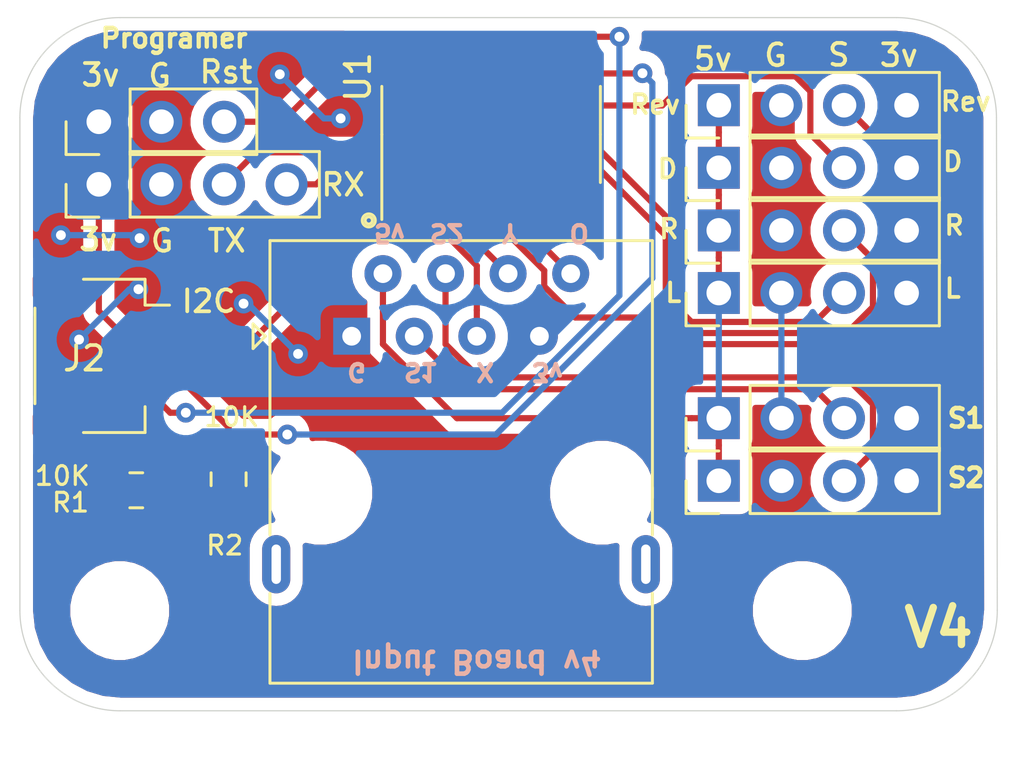
<source format=kicad_pcb>
(kicad_pcb (version 20171130) (host pcbnew "(5.1.5)-3")

  (general
    (thickness 1.6)
    (drawings 35)
    (tracks 162)
    (zones 0)
    (modules 15)
    (nets 18)
  )

  (page A4)
  (layers
    (0 F.Cu signal)
    (31 B.Cu signal)
    (32 B.Adhes user)
    (33 F.Adhes user)
    (34 B.Paste user)
    (35 F.Paste user)
    (36 B.SilkS user)
    (37 F.SilkS user)
    (38 B.Mask user)
    (39 F.Mask user)
    (40 Dwgs.User user)
    (41 Cmts.User user)
    (42 Eco1.User user)
    (43 Eco2.User user)
    (44 Edge.Cuts user)
    (45 Margin user)
    (46 B.CrtYd user hide)
    (47 F.CrtYd user)
    (48 B.Fab user)
    (49 F.Fab user hide)
  )

  (setup
    (last_trace_width 0.25)
    (trace_clearance 0.2)
    (zone_clearance 0.508)
    (zone_45_only no)
    (trace_min 0.2)
    (via_size 0.8)
    (via_drill 0.4)
    (via_min_size 0.4)
    (via_min_drill 0.3)
    (uvia_size 0.3)
    (uvia_drill 0.1)
    (uvias_allowed no)
    (uvia_min_size 0.2)
    (uvia_min_drill 0.1)
    (edge_width 0.05)
    (segment_width 0.2)
    (pcb_text_width 0.3)
    (pcb_text_size 1.5 1.5)
    (mod_edge_width 0.12)
    (mod_text_size 1 1)
    (mod_text_width 0.15)
    (pad_size 3.200001 3.200001)
    (pad_drill 3.200001)
    (pad_to_mask_clearance 0.051)
    (solder_mask_min_width 0.25)
    (aux_axis_origin 0 0)
    (visible_elements 7FFFFFFF)
    (pcbplotparams
      (layerselection 0x010fc_ffffffff)
      (usegerberextensions false)
      (usegerberattributes false)
      (usegerberadvancedattributes false)
      (creategerberjobfile false)
      (excludeedgelayer false)
      (linewidth 0.100000)
      (plotframeref false)
      (viasonmask false)
      (mode 1)
      (useauxorigin true)
      (hpglpennumber 1)
      (hpglpenspeed 20)
      (hpglpendiameter 15.000000)
      (psnegative false)
      (psa4output false)
      (plotreference true)
      (plotvalue true)
      (plotinvisibletext false)
      (padsonsilk false)
      (subtractmaskfromsilk false)
      (outputformat 1)
      (mirror false)
      (drillshape 0)
      (scaleselection 1)
      (outputdirectory "Gerbers/"))
  )

  (net 0 "")
  (net 1 GND)
  (net 2 +5V)
  (net 3 +3V3)
  (net 4 Other)
  (net 5 JoyY)
  (net 6 JoyX)
  (net 7 Sound2)
  (net 8 Sound1)
  (net 9 LeftButton)
  (net 10 DriveButton)
  (net 11 RightButton)
  (net 12 ReverseButton)
  (net 13 Program)
  (net 14 SDA)
  (net 15 SCL)
  (net 16 TX)
  (net 17 RX)

  (net_class Default "This is the default net class."
    (clearance 0.2)
    (trace_width 0.25)
    (via_dia 0.8)
    (via_drill 0.4)
    (uvia_dia 0.3)
    (uvia_drill 0.1)
    (add_net +3V3)
    (add_net +5V)
    (add_net DriveButton)
    (add_net GND)
    (add_net JoyX)
    (add_net JoyY)
    (add_net LeftButton)
    (add_net Other)
    (add_net Program)
    (add_net RX)
    (add_net ReverseButton)
    (add_net RightButton)
    (add_net SCL)
    (add_net SDA)
    (add_net Sound1)
    (add_net Sound2)
    (add_net TX)
  )

  (module Connector_PinHeader_2.54mm:PinHeader_1x04_P2.54mm_Vertical (layer F.Cu) (tedit 59FED5CC) (tstamp 604ED0E2)
    (at 160.94964 95.25 90)
    (descr "Through hole straight pin header, 1x04, 2.54mm pitch, single row")
    (tags "Through hole pin header THT 1x04 2.54mm single row")
    (path /605054CB)
    (fp_text reference J6 (at 0.06858 12.31392 180) (layer F.SilkS) hide
      (effects (font (size 1 1) (thickness 0.15)))
    )
    (fp_text value Conn_01x04_Male (at 0 9.95 90) (layer F.Fab)
      (effects (font (size 1 1) (thickness 0.15)))
    )
    (fp_text user %R (at 0 3.81) (layer F.Fab)
      (effects (font (size 1 1) (thickness 0.15)))
    )
    (fp_line (start 1.8 -1.8) (end -1.8 -1.8) (layer F.CrtYd) (width 0.05))
    (fp_line (start 1.8 9.4) (end 1.8 -1.8) (layer F.CrtYd) (width 0.05))
    (fp_line (start -1.8 9.4) (end 1.8 9.4) (layer F.CrtYd) (width 0.05))
    (fp_line (start -1.8 -1.8) (end -1.8 9.4) (layer F.CrtYd) (width 0.05))
    (fp_line (start -1.33 -1.33) (end 0 -1.33) (layer F.SilkS) (width 0.12))
    (fp_line (start -1.33 0) (end -1.33 -1.33) (layer F.SilkS) (width 0.12))
    (fp_line (start -1.33 1.27) (end 1.33 1.27) (layer F.SilkS) (width 0.12))
    (fp_line (start 1.33 1.27) (end 1.33 8.95) (layer F.SilkS) (width 0.12))
    (fp_line (start -1.33 1.27) (end -1.33 8.95) (layer F.SilkS) (width 0.12))
    (fp_line (start -1.33 8.95) (end 1.33 8.95) (layer F.SilkS) (width 0.12))
    (fp_line (start -1.27 -0.635) (end -0.635 -1.27) (layer F.Fab) (width 0.1))
    (fp_line (start -1.27 8.89) (end -1.27 -0.635) (layer F.Fab) (width 0.1))
    (fp_line (start 1.27 8.89) (end -1.27 8.89) (layer F.Fab) (width 0.1))
    (fp_line (start 1.27 -1.27) (end 1.27 8.89) (layer F.Fab) (width 0.1))
    (fp_line (start -0.635 -1.27) (end 1.27 -1.27) (layer F.Fab) (width 0.1))
    (pad 4 thru_hole oval (at 0 7.62 90) (size 1.7 1.7) (drill 1) (layers *.Cu *.Mask)
      (net 3 +3V3))
    (pad 3 thru_hole oval (at 0 5.08 90) (size 1.7 1.7) (drill 1) (layers *.Cu *.Mask)
      (net 11 RightButton))
    (pad 2 thru_hole oval (at 0 2.54 90) (size 1.7 1.7) (drill 1) (layers *.Cu *.Mask)
      (net 1 GND))
    (pad 1 thru_hole rect (at 0 0 90) (size 1.7 1.7) (drill 1) (layers *.Cu *.Mask)
      (net 2 +5V))
    (model ${KISYS3DMOD}/Connector_PinHeader_2.54mm.3dshapes/PinHeader_1x04_P2.54mm_Vertical.wrl
      (at (xyz 0 0 0))
      (scale (xyz 1 1 1))
      (rotate (xyz 0 0 0))
    )
  )

  (module "Useful Modifications:RJ45_x08_Horizontal_tabs" (layer F.Cu) (tedit 5EE05F65) (tstamp 5D5936DD)
    (at 146.05 99.545001)
    (descr "8 Pol Shallow Latch Connector, Modjack, RJ45 (https://cdn.amphenol-icc.com/media/wysiwyg/files/drawing/c-bmj-0102.pdf)")
    (tags RJ45)
    (path /5D58DD64)
    (fp_text reference J1 (at 13.57 13.624999) (layer F.SilkS) hide
      (effects (font (size 1 1) (thickness 0.15)))
    )
    (fp_text value 8P8C (at 4.445 4) (layer F.Fab)
      (effects (font (size 1 1) (thickness 0.15)))
    )
    (fp_line (start 12.205 -3.88) (end 12.205 8.06) (layer F.SilkS) (width 0.12))
    (fp_line (start 12.2047 10.4357) (end 12.2047 14.0757) (layer F.SilkS) (width 0.12))
    (fp_line (start 12.6 14.47) (end -3.71 14.47) (layer F.CrtYd) (width 0.05))
    (fp_line (start 12.6 14.47) (end 12.6 -4.27) (layer F.CrtYd) (width 0.05))
    (fp_line (start -3.71 -4.27) (end -3.71 14.47) (layer F.CrtYd) (width 0.05))
    (fp_line (start -3.71 -4.27) (end 12.6 -4.27) (layer F.CrtYd) (width 0.05))
    (fp_line (start -3.315 -3.88) (end -3.315 8.06) (layer F.SilkS) (width 0.12))
    (fp_line (start 12.205 -3.88) (end -3.315 -3.88) (layer F.SilkS) (width 0.12))
    (fp_line (start -3.315 10.44) (end -3.315 14.08) (layer F.SilkS) (width 0.12))
    (fp_line (start -3.315 14.08) (end 12.205 14.08) (layer F.SilkS) (width 0.12))
    (fp_line (start -3.205 -2.77) (end -2.205 -3.77) (layer F.Fab) (width 0.12))
    (fp_line (start -2.205 -3.77) (end 12.095 -3.77) (layer F.Fab) (width 0.12))
    (fp_line (start 12.095 -3.77) (end 12.095 13.97) (layer F.Fab) (width 0.12))
    (fp_line (start 12.095 13.97) (end -3.205 13.97) (layer F.Fab) (width 0.12))
    (fp_line (start -3.205 13.97) (end -3.205 -2.77) (layer F.Fab) (width 0.12))
    (fp_line (start -3.5 0) (end -4 -0.5) (layer F.SilkS) (width 0.12))
    (fp_line (start -4 -0.5) (end -4 0.5) (layer F.SilkS) (width 0.12))
    (fp_line (start -4 0.5) (end -3.5 0) (layer F.SilkS) (width 0.12))
    (fp_text user %R (at 4.445 2) (layer F.Fab)
      (effects (font (size 1 1) (thickness 0.15)))
    )
    (pad 10 thru_hole oval (at 11.938 9.25195) (size 1.14 2.362) (drill oval 0.381 1.6) (layers *.Cu *.Mask))
    (pad 9 thru_hole oval (at -3.0607 9.25195) (size 1.14 2.362) (drill oval 0.381 1.6) (layers *.Cu *.Mask))
    (pad 8 thru_hole circle (at 8.89 -2.54) (size 1.5 1.5) (drill 0.76) (layers *.Cu *.Mask)
      (net 4 Other))
    (pad 7 thru_hole circle (at 7.62 0) (size 1.5 1.5) (drill 0.76) (layers *.Cu *.Mask)
      (net 3 +3V3))
    (pad 6 thru_hole circle (at 6.35 -2.54) (size 1.5 1.5) (drill 0.76) (layers *.Cu *.Mask)
      (net 5 JoyY))
    (pad 5 thru_hole circle (at 5.08 0) (size 1.5 1.5) (drill 0.76) (layers *.Cu *.Mask)
      (net 6 JoyX))
    (pad 4 thru_hole circle (at 3.81 -2.54) (size 1.5 1.5) (drill 0.76) (layers *.Cu *.Mask)
      (net 7 Sound2))
    (pad 3 thru_hole circle (at 2.54 0) (size 1.5 1.5) (drill 0.76) (layers *.Cu *.Mask)
      (net 8 Sound1))
    (pad 2 thru_hole circle (at 1.27 -2.54) (size 1.5 1.5) (drill 0.76) (layers *.Cu *.Mask)
      (net 2 +5V))
    (pad 1 thru_hole rect (at 0 0) (size 1.5 1.5) (drill 0.76) (layers *.Cu *.Mask)
      (net 1 GND))
    (pad "" np_thru_hole circle (at -1.27 6.35) (size 3.200001 3.200001) (drill 3.200001) (layers *.Cu *.Mask))
    (pad "" np_thru_hole circle (at 10.16 6.35) (size 3.2 3.2) (drill 3.2) (layers *.Cu *.Mask))
    (model ${KISYS3DMOD}/Connector_RJ.3dshapes/RJ45_Amphenol_54602-x08_Horizontal.wrl
      (at (xyz 0 0 0))
      (scale (xyz 1 1 1))
      (rotate (xyz 0 0 0))
    )
  )

  (module MountingHole:MountingHole_3mm (layer F.Cu) (tedit 56D1B4CB) (tstamp 5D61F0F3)
    (at 136.638 110.678)
    (descr "Mounting Hole 3mm, no annular")
    (tags "mounting hole 3mm no annular")
    (attr virtual)
    (fp_text reference "" (at 0 -4) (layer F.SilkS)
      (effects (font (size 1 1) (thickness 0.15)))
    )
    (fp_text value "" (at 0 4) (layer F.Fab)
      (effects (font (size 1 1) (thickness 0.15)))
    )
    (fp_circle (center 0 0) (end 3 0) (layer Cmts.User) (width 0.15))
    (fp_circle (center 0 0) (end 3.25 0) (layer F.CrtYd) (width 0.05))
    (fp_text user %R (at 0.3 0) (layer F.Fab)
      (effects (font (size 1 1) (thickness 0.15)))
    )
    (pad 1 np_thru_hole circle (at 0 0) (size 3 3) (drill 3) (layers *.Cu *.Mask))
  )

  (module MountingHole:MountingHole_3mm (layer F.Cu) (tedit 56D1B4CB) (tstamp 5D61F059)
    (at 164.338 110.678)
    (descr "Mounting Hole 3mm, no annular")
    (tags "mounting hole 3mm no annular")
    (attr virtual)
    (fp_text reference "" (at 0 -4) (layer F.SilkS)
      (effects (font (size 1 1) (thickness 0.15)))
    )
    (fp_text value "" (at 0 4) (layer F.Fab)
      (effects (font (size 1 1) (thickness 0.15)))
    )
    (fp_circle (center 0 0) (end 3 0) (layer Cmts.User) (width 0.15))
    (fp_circle (center 0 0) (end 3.25 0) (layer F.CrtYd) (width 0.05))
    (fp_text user %R (at 0.3 0) (layer F.Fab)
      (effects (font (size 1 1) (thickness 0.15)))
    )
    (pad 1 np_thru_hole circle (at 0 0) (size 3 3) (drill 3) (layers *.Cu *.Mask))
  )

  (module Package_SO:SOIC-14_3.9x8.7mm_P1.27mm (layer F.Cu) (tedit 5D9F72B1) (tstamp 6014B58D)
    (at 151.70912 91.35618 90)
    (descr "SOIC, 14 Pin (JEDEC MS-012AB, https://www.analog.com/media/en/package-pcb-resources/package/pkg_pdf/soic_narrow-r/r_14.pdf), generated with kicad-footprint-generator ipc_gullwing_generator.py")
    (tags "SOIC SO")
    (path /6015A26B)
    (attr smd)
    (fp_text reference U1 (at 2.32918 -5.40258 90) (layer F.SilkS)
      (effects (font (size 1 1) (thickness 0.15)))
    )
    (fp_text value ATtiny814-SS (at 0 5.28 90) (layer F.Fab)
      (effects (font (size 1 1) (thickness 0.15)))
    )
    (fp_line (start 0 4.435) (end 1.95 4.435) (layer F.SilkS) (width 0.12))
    (fp_line (start 0 4.435) (end -1.95 4.435) (layer F.SilkS) (width 0.12))
    (fp_line (start 0 -4.435) (end 1.95 -4.435) (layer F.SilkS) (width 0.12))
    (fp_line (start 0 -4.435) (end -3.45 -4.435) (layer F.SilkS) (width 0.12))
    (fp_line (start -0.975 -4.325) (end 1.95 -4.325) (layer F.Fab) (width 0.1))
    (fp_line (start 1.95 -4.325) (end 1.95 4.325) (layer F.Fab) (width 0.1))
    (fp_line (start 1.95 4.325) (end -1.95 4.325) (layer F.Fab) (width 0.1))
    (fp_line (start -1.95 4.325) (end -1.95 -3.35) (layer F.Fab) (width 0.1))
    (fp_line (start -1.95 -3.35) (end -0.975 -4.325) (layer F.Fab) (width 0.1))
    (fp_line (start -3.7 -4.58) (end -3.7 4.58) (layer F.CrtYd) (width 0.05))
    (fp_line (start -3.7 4.58) (end 3.7 4.58) (layer F.CrtYd) (width 0.05))
    (fp_line (start 3.7 4.58) (end 3.7 -4.58) (layer F.CrtYd) (width 0.05))
    (fp_line (start 3.7 -4.58) (end -3.7 -4.58) (layer F.CrtYd) (width 0.05))
    (fp_text user %R (at 0 0 90) (layer F.Fab)
      (effects (font (size 0.98 0.98) (thickness 0.15)))
    )
    (pad 1 smd roundrect (at -2.475 -3.81 90) (size 1.95 0.6) (layers F.Cu F.Paste F.Mask) (roundrect_rratio 0.25)
      (net 3 +3V3))
    (pad 2 smd roundrect (at -2.475 -2.54 90) (size 1.95 0.6) (layers F.Cu F.Paste F.Mask) (roundrect_rratio 0.25)
      (net 6 JoyX))
    (pad 3 smd roundrect (at -2.475 -1.27 90) (size 1.95 0.6) (layers F.Cu F.Paste F.Mask) (roundrect_rratio 0.25)
      (net 5 JoyY))
    (pad 4 smd roundrect (at -2.475 0 90) (size 1.95 0.6) (layers F.Cu F.Paste F.Mask) (roundrect_rratio 0.25)
      (net 12 ReverseButton))
    (pad 5 smd roundrect (at -2.475 1.27 90) (size 1.95 0.6) (layers F.Cu F.Paste F.Mask) (roundrect_rratio 0.25)
      (net 4 Other))
    (pad 6 smd roundrect (at -2.475 2.54 90) (size 1.95 0.6) (layers F.Cu F.Paste F.Mask) (roundrect_rratio 0.25)
      (net 17 RX))
    (pad 7 smd roundrect (at -2.475 3.81 90) (size 1.95 0.6) (layers F.Cu F.Paste F.Mask) (roundrect_rratio 0.25)
      (net 16 TX))
    (pad 8 smd roundrect (at 2.475 3.81 90) (size 1.95 0.6) (layers F.Cu F.Paste F.Mask) (roundrect_rratio 0.25)
      (net 14 SDA))
    (pad 9 smd roundrect (at 2.475 2.54 90) (size 1.95 0.6) (layers F.Cu F.Paste F.Mask) (roundrect_rratio 0.25)
      (net 15 SCL))
    (pad 10 smd roundrect (at 2.475 1.27 90) (size 1.95 0.6) (layers F.Cu F.Paste F.Mask) (roundrect_rratio 0.25)
      (net 13 Program))
    (pad 11 smd roundrect (at 2.475 0 90) (size 1.95 0.6) (layers F.Cu F.Paste F.Mask) (roundrect_rratio 0.25)
      (net 10 DriveButton))
    (pad 12 smd roundrect (at 2.475 -1.27 90) (size 1.95 0.6) (layers F.Cu F.Paste F.Mask) (roundrect_rratio 0.25)
      (net 9 LeftButton))
    (pad 13 smd roundrect (at 2.475 -2.54 90) (size 1.95 0.6) (layers F.Cu F.Paste F.Mask) (roundrect_rratio 0.25)
      (net 11 RightButton))
    (pad 14 smd roundrect (at 2.475 -3.81 90) (size 1.95 0.6) (layers F.Cu F.Paste F.Mask) (roundrect_rratio 0.25)
      (net 1 GND))
    (model ${KISYS3DMOD}/Package_SO.3dshapes/SOIC-14_3.9x8.7mm_P1.27mm.wrl
      (at (xyz 0 0 0))
      (scale (xyz 1 1 1))
      (rotate (xyz 0 0 0))
    )
  )

  (module Connector_PinHeader_2.54mm:PinHeader_1x03_P2.54mm_Vertical (layer F.Cu) (tedit 59FED5CC) (tstamp 601704F5)
    (at 135.79094 90.84056 90)
    (descr "Through hole straight pin header, 1x03, 2.54mm pitch, single row")
    (tags "Through hole pin header THT 1x03 2.54mm single row")
    (path /601EFEC4)
    (fp_text reference J4 (at -0.04572 -5.33908 180) (layer F.SilkS) hide
      (effects (font (size 1 1) (thickness 0.15)))
    )
    (fp_text value Programmer (at 0 7.41 90) (layer F.Fab)
      (effects (font (size 1 1) (thickness 0.15)))
    )
    (fp_line (start 1.8 -1.8) (end -1.8 -1.8) (layer F.CrtYd) (width 0.05))
    (fp_line (start 1.8 6.85) (end 1.8 -1.8) (layer F.CrtYd) (width 0.05))
    (fp_line (start -1.8 6.85) (end 1.8 6.85) (layer F.CrtYd) (width 0.05))
    (fp_line (start -1.8 -1.8) (end -1.8 6.85) (layer F.CrtYd) (width 0.05))
    (fp_line (start -1.33 -1.33) (end 0 -1.33) (layer F.SilkS) (width 0.12))
    (fp_line (start -1.33 0) (end -1.33 -1.33) (layer F.SilkS) (width 0.12))
    (fp_line (start -1.33 1.27) (end 1.33 1.27) (layer F.SilkS) (width 0.12))
    (fp_line (start 1.33 1.27) (end 1.33 6.41) (layer F.SilkS) (width 0.12))
    (fp_line (start -1.33 1.27) (end -1.33 6.41) (layer F.SilkS) (width 0.12))
    (fp_line (start -1.33 6.41) (end 1.33 6.41) (layer F.SilkS) (width 0.12))
    (fp_line (start -1.27 -0.635) (end -0.635 -1.27) (layer F.Fab) (width 0.1))
    (fp_line (start -1.27 6.35) (end -1.27 -0.635) (layer F.Fab) (width 0.1))
    (fp_line (start 1.27 6.35) (end -1.27 6.35) (layer F.Fab) (width 0.1))
    (fp_line (start 1.27 -1.27) (end 1.27 6.35) (layer F.Fab) (width 0.1))
    (fp_line (start -0.635 -1.27) (end 1.27 -1.27) (layer F.Fab) (width 0.1))
    (fp_text user %R (at 0 2.54) (layer F.Fab)
      (effects (font (size 1 1) (thickness 0.15)))
    )
    (pad 1 thru_hole rect (at 0 0 90) (size 1.7 1.7) (drill 1) (layers *.Cu *.Mask)
      (net 3 +3V3))
    (pad 2 thru_hole oval (at 0 2.54 90) (size 1.7 1.7) (drill 1) (layers *.Cu *.Mask)
      (net 1 GND))
    (pad 3 thru_hole oval (at 0 5.08 90) (size 1.7 1.7) (drill 1) (layers *.Cu *.Mask)
      (net 13 Program))
    (model ${KISYS3DMOD}/Connector_PinHeader_2.54mm.3dshapes/PinHeader_1x03_P2.54mm_Vertical.wrl
      (at (xyz 0 0 0))
      (scale (xyz 1 1 1))
      (rotate (xyz 0 0 0))
    )
  )

  (module Connector_JST:JST_SH_SM04B-SRSS-TB_1x04-1MP_P1.00mm_Horizontal (layer F.Cu) (tedit 5B78AD87) (tstamp 604ED09A)
    (at 135.88238 100.3427 270)
    (descr "JST SH series connector, SM04B-SRSS-TB (http://www.jst-mfg.com/product/pdf/eng/eSH.pdf), generated with kicad-footprint-generator")
    (tags "connector JST SH top entry")
    (path /604EF3F5)
    (attr smd)
    (fp_text reference J2 (at 0.10446 0.67948 180) (layer F.SilkS)
      (effects (font (size 1 1) (thickness 0.15)))
    )
    (fp_text value Conn_01x04_Male (at 0 3.98 90) (layer F.Fab)
      (effects (font (size 1 1) (thickness 0.15)))
    )
    (fp_line (start -3 -1.675) (end 3 -1.675) (layer F.Fab) (width 0.1))
    (fp_line (start -3.11 0.715) (end -3.11 -1.785) (layer F.SilkS) (width 0.12))
    (fp_line (start -3.11 -1.785) (end -2.06 -1.785) (layer F.SilkS) (width 0.12))
    (fp_line (start -2.06 -1.785) (end -2.06 -2.775) (layer F.SilkS) (width 0.12))
    (fp_line (start 3.11 0.715) (end 3.11 -1.785) (layer F.SilkS) (width 0.12))
    (fp_line (start 3.11 -1.785) (end 2.06 -1.785) (layer F.SilkS) (width 0.12))
    (fp_line (start -1.94 2.685) (end 1.94 2.685) (layer F.SilkS) (width 0.12))
    (fp_line (start -3 2.575) (end 3 2.575) (layer F.Fab) (width 0.1))
    (fp_line (start -3 -1.675) (end -3 2.575) (layer F.Fab) (width 0.1))
    (fp_line (start 3 -1.675) (end 3 2.575) (layer F.Fab) (width 0.1))
    (fp_line (start -3.9 -3.28) (end -3.9 3.28) (layer F.CrtYd) (width 0.05))
    (fp_line (start -3.9 3.28) (end 3.9 3.28) (layer F.CrtYd) (width 0.05))
    (fp_line (start 3.9 3.28) (end 3.9 -3.28) (layer F.CrtYd) (width 0.05))
    (fp_line (start 3.9 -3.28) (end -3.9 -3.28) (layer F.CrtYd) (width 0.05))
    (fp_line (start -2 -1.675) (end -1.5 -0.967893) (layer F.Fab) (width 0.1))
    (fp_line (start -1.5 -0.967893) (end -1 -1.675) (layer F.Fab) (width 0.1))
    (fp_text user %R (at 0 0 90) (layer F.Fab)
      (effects (font (size 1 1) (thickness 0.15)))
    )
    (pad 1 smd roundrect (at -1.5 -2 270) (size 0.6 1.55) (layers F.Cu F.Paste F.Mask) (roundrect_rratio 0.25)
      (net 1 GND))
    (pad 2 smd roundrect (at -0.5 -2 270) (size 0.6 1.55) (layers F.Cu F.Paste F.Mask) (roundrect_rratio 0.25)
      (net 3 +3V3))
    (pad 3 smd roundrect (at 0.5 -2 270) (size 0.6 1.55) (layers F.Cu F.Paste F.Mask) (roundrect_rratio 0.25)
      (net 14 SDA))
    (pad 4 smd roundrect (at 1.5 -2 270) (size 0.6 1.55) (layers F.Cu F.Paste F.Mask) (roundrect_rratio 0.25)
      (net 15 SCL))
    (pad MP smd roundrect (at -2.8 1.875 270) (size 1.2 1.8) (layers F.Cu F.Paste F.Mask) (roundrect_rratio 0.208333))
    (pad MP smd roundrect (at 2.8 1.875 270) (size 1.2 1.8) (layers F.Cu F.Paste F.Mask) (roundrect_rratio 0.208333))
    (model ${KISYS3DMOD}/Connector_JST.3dshapes/JST_SH_SM04B-SRSS-TB_1x04-1MP_P1.00mm_Horizontal.wrl
      (at (xyz 0 0 0))
      (scale (xyz 1 1 1))
      (rotate (xyz 0 0 0))
    )
  )

  (module Connector_PinHeader_2.54mm:PinHeader_1x04_P2.54mm_Vertical (layer F.Cu) (tedit 59FED5CC) (tstamp 604ED0B2)
    (at 135.79094 93.38056 90)
    (descr "Through hole straight pin header, 1x04, 2.54mm pitch, single row")
    (tags "Through hole pin header THT 1x04 2.54mm single row")
    (path /604F8C23)
    (fp_text reference J3 (at -0.23622 -5.53212 180) (layer F.SilkS) hide
      (effects (font (size 1 1) (thickness 0.15)))
    )
    (fp_text value Conn_01x04_Male (at 0 9.95 90) (layer F.Fab)
      (effects (font (size 1 1) (thickness 0.15)))
    )
    (fp_line (start -0.635 -1.27) (end 1.27 -1.27) (layer F.Fab) (width 0.1))
    (fp_line (start 1.27 -1.27) (end 1.27 8.89) (layer F.Fab) (width 0.1))
    (fp_line (start 1.27 8.89) (end -1.27 8.89) (layer F.Fab) (width 0.1))
    (fp_line (start -1.27 8.89) (end -1.27 -0.635) (layer F.Fab) (width 0.1))
    (fp_line (start -1.27 -0.635) (end -0.635 -1.27) (layer F.Fab) (width 0.1))
    (fp_line (start -1.33 8.95) (end 1.33 8.95) (layer F.SilkS) (width 0.12))
    (fp_line (start -1.33 1.27) (end -1.33 8.95) (layer F.SilkS) (width 0.12))
    (fp_line (start 1.33 1.27) (end 1.33 8.95) (layer F.SilkS) (width 0.12))
    (fp_line (start -1.33 1.27) (end 1.33 1.27) (layer F.SilkS) (width 0.12))
    (fp_line (start -1.33 0) (end -1.33 -1.33) (layer F.SilkS) (width 0.12))
    (fp_line (start -1.33 -1.33) (end 0 -1.33) (layer F.SilkS) (width 0.12))
    (fp_line (start -1.8 -1.8) (end -1.8 9.4) (layer F.CrtYd) (width 0.05))
    (fp_line (start -1.8 9.4) (end 1.8 9.4) (layer F.CrtYd) (width 0.05))
    (fp_line (start 1.8 9.4) (end 1.8 -1.8) (layer F.CrtYd) (width 0.05))
    (fp_line (start 1.8 -1.8) (end -1.8 -1.8) (layer F.CrtYd) (width 0.05))
    (fp_text user %R (at 0 3.81) (layer F.Fab)
      (effects (font (size 1 1) (thickness 0.15)))
    )
    (pad 1 thru_hole rect (at 0 0 90) (size 1.7 1.7) (drill 1) (layers *.Cu *.Mask)
      (net 3 +3V3))
    (pad 2 thru_hole oval (at 0 2.54 90) (size 1.7 1.7) (drill 1) (layers *.Cu *.Mask)
      (net 1 GND))
    (pad 3 thru_hole oval (at 0 5.08 90) (size 1.7 1.7) (drill 1) (layers *.Cu *.Mask)
      (net 16 TX))
    (pad 4 thru_hole oval (at 0 7.62 90) (size 1.7 1.7) (drill 1) (layers *.Cu *.Mask)
      (net 17 RX))
    (model ${KISYS3DMOD}/Connector_PinHeader_2.54mm.3dshapes/PinHeader_1x04_P2.54mm_Vertical.wrl
      (at (xyz 0 0 0))
      (scale (xyz 1 1 1))
      (rotate (xyz 0 0 0))
    )
  )

  (module Connector_PinHeader_2.54mm:PinHeader_1x04_P2.54mm_Vertical (layer F.Cu) (tedit 59FED5CC) (tstamp 604ED0CA)
    (at 160.94964 97.79 90)
    (descr "Through hole straight pin header, 1x04, 2.54mm pitch, single row")
    (tags "Through hole pin header THT 1x04 2.54mm single row")
    (path /60504CA9)
    (fp_text reference J5 (at 0.09906 12.2301 180) (layer F.SilkS) hide
      (effects (font (size 1 1) (thickness 0.15)))
    )
    (fp_text value Conn_01x04_Male (at 0 9.95 90) (layer F.Fab)
      (effects (font (size 1 1) (thickness 0.15)))
    )
    (fp_text user %R (at 0 3.81) (layer F.Fab)
      (effects (font (size 1 1) (thickness 0.15)))
    )
    (fp_line (start 1.8 -1.8) (end -1.8 -1.8) (layer F.CrtYd) (width 0.05))
    (fp_line (start 1.8 9.4) (end 1.8 -1.8) (layer F.CrtYd) (width 0.05))
    (fp_line (start -1.8 9.4) (end 1.8 9.4) (layer F.CrtYd) (width 0.05))
    (fp_line (start -1.8 -1.8) (end -1.8 9.4) (layer F.CrtYd) (width 0.05))
    (fp_line (start -1.33 -1.33) (end 0 -1.33) (layer F.SilkS) (width 0.12))
    (fp_line (start -1.33 0) (end -1.33 -1.33) (layer F.SilkS) (width 0.12))
    (fp_line (start -1.33 1.27) (end 1.33 1.27) (layer F.SilkS) (width 0.12))
    (fp_line (start 1.33 1.27) (end 1.33 8.95) (layer F.SilkS) (width 0.12))
    (fp_line (start -1.33 1.27) (end -1.33 8.95) (layer F.SilkS) (width 0.12))
    (fp_line (start -1.33 8.95) (end 1.33 8.95) (layer F.SilkS) (width 0.12))
    (fp_line (start -1.27 -0.635) (end -0.635 -1.27) (layer F.Fab) (width 0.1))
    (fp_line (start -1.27 8.89) (end -1.27 -0.635) (layer F.Fab) (width 0.1))
    (fp_line (start 1.27 8.89) (end -1.27 8.89) (layer F.Fab) (width 0.1))
    (fp_line (start 1.27 -1.27) (end 1.27 8.89) (layer F.Fab) (width 0.1))
    (fp_line (start -0.635 -1.27) (end 1.27 -1.27) (layer F.Fab) (width 0.1))
    (pad 4 thru_hole oval (at 0 7.62 90) (size 1.7 1.7) (drill 1) (layers *.Cu *.Mask)
      (net 3 +3V3))
    (pad 3 thru_hole oval (at 0 5.08 90) (size 1.7 1.7) (drill 1) (layers *.Cu *.Mask)
      (net 9 LeftButton))
    (pad 2 thru_hole oval (at 0 2.54 90) (size 1.7 1.7) (drill 1) (layers *.Cu *.Mask)
      (net 1 GND))
    (pad 1 thru_hole rect (at 0 0 90) (size 1.7 1.7) (drill 1) (layers *.Cu *.Mask)
      (net 2 +5V))
    (model ${KISYS3DMOD}/Connector_PinHeader_2.54mm.3dshapes/PinHeader_1x04_P2.54mm_Vertical.wrl
      (at (xyz 0 0 0))
      (scale (xyz 1 1 1))
      (rotate (xyz 0 0 0))
    )
  )

  (module Connector_PinHeader_2.54mm:PinHeader_1x04_P2.54mm_Vertical (layer F.Cu) (tedit 59FED5CC) (tstamp 604ED0FA)
    (at 160.94964 92.71 90)
    (descr "Through hole straight pin header, 1x04, 2.54mm pitch, single row")
    (tags "Through hole pin header THT 1x04 2.54mm single row")
    (path /604FCE85)
    (fp_text reference J7 (at -0.04572 12.02182 180) (layer F.SilkS) hide
      (effects (font (size 1 1) (thickness 0.15)))
    )
    (fp_text value Conn_01x04_Male (at 0 9.95 90) (layer F.Fab)
      (effects (font (size 1 1) (thickness 0.15)))
    )
    (fp_text user %R (at 0 3.81) (layer F.Fab)
      (effects (font (size 1 1) (thickness 0.15)))
    )
    (fp_line (start 1.8 -1.8) (end -1.8 -1.8) (layer F.CrtYd) (width 0.05))
    (fp_line (start 1.8 9.4) (end 1.8 -1.8) (layer F.CrtYd) (width 0.05))
    (fp_line (start -1.8 9.4) (end 1.8 9.4) (layer F.CrtYd) (width 0.05))
    (fp_line (start -1.8 -1.8) (end -1.8 9.4) (layer F.CrtYd) (width 0.05))
    (fp_line (start -1.33 -1.33) (end 0 -1.33) (layer F.SilkS) (width 0.12))
    (fp_line (start -1.33 0) (end -1.33 -1.33) (layer F.SilkS) (width 0.12))
    (fp_line (start -1.33 1.27) (end 1.33 1.27) (layer F.SilkS) (width 0.12))
    (fp_line (start 1.33 1.27) (end 1.33 8.95) (layer F.SilkS) (width 0.12))
    (fp_line (start -1.33 1.27) (end -1.33 8.95) (layer F.SilkS) (width 0.12))
    (fp_line (start -1.33 8.95) (end 1.33 8.95) (layer F.SilkS) (width 0.12))
    (fp_line (start -1.27 -0.635) (end -0.635 -1.27) (layer F.Fab) (width 0.1))
    (fp_line (start -1.27 8.89) (end -1.27 -0.635) (layer F.Fab) (width 0.1))
    (fp_line (start 1.27 8.89) (end -1.27 8.89) (layer F.Fab) (width 0.1))
    (fp_line (start 1.27 -1.27) (end 1.27 8.89) (layer F.Fab) (width 0.1))
    (fp_line (start -0.635 -1.27) (end 1.27 -1.27) (layer F.Fab) (width 0.1))
    (pad 4 thru_hole oval (at 0 7.62 90) (size 1.7 1.7) (drill 1) (layers *.Cu *.Mask)
      (net 3 +3V3))
    (pad 3 thru_hole oval (at 0 5.08 90) (size 1.7 1.7) (drill 1) (layers *.Cu *.Mask)
      (net 10 DriveButton))
    (pad 2 thru_hole oval (at 0 2.54 90) (size 1.7 1.7) (drill 1) (layers *.Cu *.Mask)
      (net 1 GND))
    (pad 1 thru_hole rect (at 0 0 90) (size 1.7 1.7) (drill 1) (layers *.Cu *.Mask)
      (net 2 +5V))
    (model ${KISYS3DMOD}/Connector_PinHeader_2.54mm.3dshapes/PinHeader_1x04_P2.54mm_Vertical.wrl
      (at (xyz 0 0 0))
      (scale (xyz 1 1 1))
      (rotate (xyz 0 0 0))
    )
  )

  (module Connector_PinHeader_2.54mm:PinHeader_1x04_P2.54mm_Vertical (layer F.Cu) (tedit 59FED5CC) (tstamp 604ED112)
    (at 160.94964 90.17 90)
    (descr "Through hole straight pin header, 1x04, 2.54mm pitch, single row")
    (tags "Through hole pin header THT 1x04 2.54mm single row")
    (path /6050692F)
    (fp_text reference J9 (at -0.0762 12.14628 180) (layer F.SilkS) hide
      (effects (font (size 1 1) (thickness 0.15)))
    )
    (fp_text value Conn_01x04_Male (at 0 9.95 90) (layer F.Fab)
      (effects (font (size 1 1) (thickness 0.15)))
    )
    (fp_line (start -0.635 -1.27) (end 1.27 -1.27) (layer F.Fab) (width 0.1))
    (fp_line (start 1.27 -1.27) (end 1.27 8.89) (layer F.Fab) (width 0.1))
    (fp_line (start 1.27 8.89) (end -1.27 8.89) (layer F.Fab) (width 0.1))
    (fp_line (start -1.27 8.89) (end -1.27 -0.635) (layer F.Fab) (width 0.1))
    (fp_line (start -1.27 -0.635) (end -0.635 -1.27) (layer F.Fab) (width 0.1))
    (fp_line (start -1.33 8.95) (end 1.33 8.95) (layer F.SilkS) (width 0.12))
    (fp_line (start -1.33 1.27) (end -1.33 8.95) (layer F.SilkS) (width 0.12))
    (fp_line (start 1.33 1.27) (end 1.33 8.95) (layer F.SilkS) (width 0.12))
    (fp_line (start -1.33 1.27) (end 1.33 1.27) (layer F.SilkS) (width 0.12))
    (fp_line (start -1.33 0) (end -1.33 -1.33) (layer F.SilkS) (width 0.12))
    (fp_line (start -1.33 -1.33) (end 0 -1.33) (layer F.SilkS) (width 0.12))
    (fp_line (start -1.8 -1.8) (end -1.8 9.4) (layer F.CrtYd) (width 0.05))
    (fp_line (start -1.8 9.4) (end 1.8 9.4) (layer F.CrtYd) (width 0.05))
    (fp_line (start 1.8 9.4) (end 1.8 -1.8) (layer F.CrtYd) (width 0.05))
    (fp_line (start 1.8 -1.8) (end -1.8 -1.8) (layer F.CrtYd) (width 0.05))
    (fp_text user %R (at 0 3.81) (layer F.Fab)
      (effects (font (size 1 1) (thickness 0.15)))
    )
    (pad 1 thru_hole rect (at 0 0 90) (size 1.7 1.7) (drill 1) (layers *.Cu *.Mask)
      (net 2 +5V))
    (pad 2 thru_hole oval (at 0 2.54 90) (size 1.7 1.7) (drill 1) (layers *.Cu *.Mask)
      (net 1 GND))
    (pad 3 thru_hole oval (at 0 5.08 90) (size 1.7 1.7) (drill 1) (layers *.Cu *.Mask)
      (net 12 ReverseButton))
    (pad 4 thru_hole oval (at 0 7.62 90) (size 1.7 1.7) (drill 1) (layers *.Cu *.Mask)
      (net 3 +3V3))
    (model ${KISYS3DMOD}/Connector_PinHeader_2.54mm.3dshapes/PinHeader_1x04_P2.54mm_Vertical.wrl
      (at (xyz 0 0 0))
      (scale (xyz 1 1 1))
      (rotate (xyz 0 0 0))
    )
  )

  (module Connector_PinHeader_2.54mm:PinHeader_1x04_P2.54mm_Vertical (layer F.Cu) (tedit 59FED5CC) (tstamp 604ED826)
    (at 160.94964 102.87 90)
    (descr "Through hole straight pin header, 1x04, 2.54mm pitch, single row")
    (tags "Through hole pin header THT 1x04 2.54mm single row")
    (path /605074E4)
    (fp_text reference J10 (at 0.57912 12.8143 180) (layer F.SilkS) hide
      (effects (font (size 1 1) (thickness 0.15)))
    )
    (fp_text value Conn_01x04_Male (at 0 9.95 90) (layer F.Fab)
      (effects (font (size 1 1) (thickness 0.15)))
    )
    (fp_text user %R (at 0 3.81) (layer F.Fab)
      (effects (font (size 1 1) (thickness 0.15)))
    )
    (fp_line (start 1.8 -1.8) (end -1.8 -1.8) (layer F.CrtYd) (width 0.05))
    (fp_line (start 1.8 9.4) (end 1.8 -1.8) (layer F.CrtYd) (width 0.05))
    (fp_line (start -1.8 9.4) (end 1.8 9.4) (layer F.CrtYd) (width 0.05))
    (fp_line (start -1.8 -1.8) (end -1.8 9.4) (layer F.CrtYd) (width 0.05))
    (fp_line (start -1.33 -1.33) (end 0 -1.33) (layer F.SilkS) (width 0.12))
    (fp_line (start -1.33 0) (end -1.33 -1.33) (layer F.SilkS) (width 0.12))
    (fp_line (start -1.33 1.27) (end 1.33 1.27) (layer F.SilkS) (width 0.12))
    (fp_line (start 1.33 1.27) (end 1.33 8.95) (layer F.SilkS) (width 0.12))
    (fp_line (start -1.33 1.27) (end -1.33 8.95) (layer F.SilkS) (width 0.12))
    (fp_line (start -1.33 8.95) (end 1.33 8.95) (layer F.SilkS) (width 0.12))
    (fp_line (start -1.27 -0.635) (end -0.635 -1.27) (layer F.Fab) (width 0.1))
    (fp_line (start -1.27 8.89) (end -1.27 -0.635) (layer F.Fab) (width 0.1))
    (fp_line (start 1.27 8.89) (end -1.27 8.89) (layer F.Fab) (width 0.1))
    (fp_line (start 1.27 -1.27) (end 1.27 8.89) (layer F.Fab) (width 0.1))
    (fp_line (start -0.635 -1.27) (end 1.27 -1.27) (layer F.Fab) (width 0.1))
    (pad 4 thru_hole oval (at 0 7.62 90) (size 1.7 1.7) (drill 1) (layers *.Cu *.Mask)
      (net 3 +3V3))
    (pad 3 thru_hole oval (at 0 5.08 90) (size 1.7 1.7) (drill 1) (layers *.Cu *.Mask)
      (net 8 Sound1))
    (pad 2 thru_hole oval (at 0 2.54 90) (size 1.7 1.7) (drill 1) (layers *.Cu *.Mask)
      (net 1 GND))
    (pad 1 thru_hole rect (at 0 0 90) (size 1.7 1.7) (drill 1) (layers *.Cu *.Mask)
      (net 2 +5V))
    (model ${KISYS3DMOD}/Connector_PinHeader_2.54mm.3dshapes/PinHeader_1x04_P2.54mm_Vertical.wrl
      (at (xyz 0 0 0))
      (scale (xyz 1 1 1))
      (rotate (xyz 0 0 0))
    )
  )

  (module Connector_PinHeader_2.54mm:PinHeader_1x04_P2.54mm_Vertical (layer F.Cu) (tedit 59FED5CC) (tstamp 604ED142)
    (at 160.94964 105.41 90)
    (descr "Through hole straight pin header, 1x04, 2.54mm pitch, single row")
    (tags "Through hole pin header THT 1x04 2.54mm single row")
    (path /605083D1)
    (fp_text reference J11 (at 0.44196 13.06576 180) (layer F.SilkS) hide
      (effects (font (size 1 1) (thickness 0.15)))
    )
    (fp_text value Conn_01x04_Male (at 0 9.95 90) (layer F.Fab)
      (effects (font (size 1 1) (thickness 0.15)))
    )
    (fp_line (start -0.635 -1.27) (end 1.27 -1.27) (layer F.Fab) (width 0.1))
    (fp_line (start 1.27 -1.27) (end 1.27 8.89) (layer F.Fab) (width 0.1))
    (fp_line (start 1.27 8.89) (end -1.27 8.89) (layer F.Fab) (width 0.1))
    (fp_line (start -1.27 8.89) (end -1.27 -0.635) (layer F.Fab) (width 0.1))
    (fp_line (start -1.27 -0.635) (end -0.635 -1.27) (layer F.Fab) (width 0.1))
    (fp_line (start -1.33 8.95) (end 1.33 8.95) (layer F.SilkS) (width 0.12))
    (fp_line (start -1.33 1.27) (end -1.33 8.95) (layer F.SilkS) (width 0.12))
    (fp_line (start 1.33 1.27) (end 1.33 8.95) (layer F.SilkS) (width 0.12))
    (fp_line (start -1.33 1.27) (end 1.33 1.27) (layer F.SilkS) (width 0.12))
    (fp_line (start -1.33 0) (end -1.33 -1.33) (layer F.SilkS) (width 0.12))
    (fp_line (start -1.33 -1.33) (end 0 -1.33) (layer F.SilkS) (width 0.12))
    (fp_line (start -1.8 -1.8) (end -1.8 9.4) (layer F.CrtYd) (width 0.05))
    (fp_line (start -1.8 9.4) (end 1.8 9.4) (layer F.CrtYd) (width 0.05))
    (fp_line (start 1.8 9.4) (end 1.8 -1.8) (layer F.CrtYd) (width 0.05))
    (fp_line (start 1.8 -1.8) (end -1.8 -1.8) (layer F.CrtYd) (width 0.05))
    (fp_text user %R (at 0 3.81) (layer F.Fab)
      (effects (font (size 1 1) (thickness 0.15)))
    )
    (pad 1 thru_hole rect (at 0 0 90) (size 1.7 1.7) (drill 1) (layers *.Cu *.Mask)
      (net 2 +5V))
    (pad 2 thru_hole oval (at 0 2.54 90) (size 1.7 1.7) (drill 1) (layers *.Cu *.Mask)
      (net 1 GND))
    (pad 3 thru_hole oval (at 0 5.08 90) (size 1.7 1.7) (drill 1) (layers *.Cu *.Mask)
      (net 7 Sound2))
    (pad 4 thru_hole oval (at 0 7.62 90) (size 1.7 1.7) (drill 1) (layers *.Cu *.Mask)
      (net 3 +3V3))
    (model ${KISYS3DMOD}/Connector_PinHeader_2.54mm.3dshapes/PinHeader_1x04_P2.54mm_Vertical.wrl
      (at (xyz 0 0 0))
      (scale (xyz 1 1 1))
      (rotate (xyz 0 0 0))
    )
  )

  (module Resistor_SMD:R_0805_2012Metric_Pad1.15x1.40mm_HandSolder (layer F.Cu) (tedit 5B36C52B) (tstamp 604ED153)
    (at 137.30986 105.79608)
    (descr "Resistor SMD 0805 (2012 Metric), square (rectangular) end terminal, IPC_7351 nominal with elongated pad for handsoldering. (Body size source: https://docs.google.com/spreadsheets/d/1BsfQQcO9C6DZCsRaXUlFlo91Tg2WpOkGARC1WS5S8t0/edit?usp=sharing), generated with kicad-footprint-generator")
    (tags "resistor handsolder")
    (path /604F5584)
    (attr smd)
    (fp_text reference R1 (at -2.667 0.49784) (layer F.SilkS)
      (effects (font (size 0.762 0.762) (thickness 0.127)))
    )
    (fp_text value 10K (at -2.99974 -0.5842) (layer F.SilkS)
      (effects (font (size 0.762 0.762) (thickness 0.127)))
    )
    (fp_text user %R (at 0 0) (layer F.Fab)
      (effects (font (size 0.5 0.5) (thickness 0.08)))
    )
    (fp_line (start 1.85 0.95) (end -1.85 0.95) (layer F.CrtYd) (width 0.05))
    (fp_line (start 1.85 -0.95) (end 1.85 0.95) (layer F.CrtYd) (width 0.05))
    (fp_line (start -1.85 -0.95) (end 1.85 -0.95) (layer F.CrtYd) (width 0.05))
    (fp_line (start -1.85 0.95) (end -1.85 -0.95) (layer F.CrtYd) (width 0.05))
    (fp_line (start -0.261252 0.71) (end 0.261252 0.71) (layer F.SilkS) (width 0.12))
    (fp_line (start -0.261252 -0.71) (end 0.261252 -0.71) (layer F.SilkS) (width 0.12))
    (fp_line (start 1 0.6) (end -1 0.6) (layer F.Fab) (width 0.1))
    (fp_line (start 1 -0.6) (end 1 0.6) (layer F.Fab) (width 0.1))
    (fp_line (start -1 -0.6) (end 1 -0.6) (layer F.Fab) (width 0.1))
    (fp_line (start -1 0.6) (end -1 -0.6) (layer F.Fab) (width 0.1))
    (pad 2 smd roundrect (at 1.025 0) (size 1.15 1.4) (layers F.Cu F.Paste F.Mask) (roundrect_rratio 0.217391)
      (net 3 +3V3))
    (pad 1 smd roundrect (at -1.025 0) (size 1.15 1.4) (layers F.Cu F.Paste F.Mask) (roundrect_rratio 0.217391)
      (net 15 SCL))
    (model ${KISYS3DMOD}/Resistor_SMD.3dshapes/R_0805_2012Metric.wrl
      (at (xyz 0 0 0))
      (scale (xyz 1 1 1))
      (rotate (xyz 0 0 0))
    )
  )

  (module Resistor_SMD:R_0805_2012Metric_Pad1.15x1.40mm_HandSolder (layer F.Cu) (tedit 5B36C52B) (tstamp 604ED164)
    (at 141.05636 105.3465 270)
    (descr "Resistor SMD 0805 (2012 Metric), square (rectangular) end terminal, IPC_7351 nominal with elongated pad for handsoldering. (Body size source: https://docs.google.com/spreadsheets/d/1BsfQQcO9C6DZCsRaXUlFlo91Tg2WpOkGARC1WS5S8t0/edit?usp=sharing), generated with kicad-footprint-generator")
    (tags "resistor handsolder")
    (path /604F3129)
    (attr smd)
    (fp_text reference R2 (at 2.68986 0.15748 180) (layer F.SilkS)
      (effects (font (size 0.762 0.762) (thickness 0.127)))
    )
    (fp_text value 10K (at -2.52476 -0.127 180) (layer F.SilkS)
      (effects (font (size 0.762 0.762) (thickness 0.127)))
    )
    (fp_line (start -1 0.6) (end -1 -0.6) (layer F.Fab) (width 0.1))
    (fp_line (start -1 -0.6) (end 1 -0.6) (layer F.Fab) (width 0.1))
    (fp_line (start 1 -0.6) (end 1 0.6) (layer F.Fab) (width 0.1))
    (fp_line (start 1 0.6) (end -1 0.6) (layer F.Fab) (width 0.1))
    (fp_line (start -0.261252 -0.71) (end 0.261252 -0.71) (layer F.SilkS) (width 0.12))
    (fp_line (start -0.261252 0.71) (end 0.261252 0.71) (layer F.SilkS) (width 0.12))
    (fp_line (start -1.85 0.95) (end -1.85 -0.95) (layer F.CrtYd) (width 0.05))
    (fp_line (start -1.85 -0.95) (end 1.85 -0.95) (layer F.CrtYd) (width 0.05))
    (fp_line (start 1.85 -0.95) (end 1.85 0.95) (layer F.CrtYd) (width 0.05))
    (fp_line (start 1.85 0.95) (end -1.85 0.95) (layer F.CrtYd) (width 0.05))
    (fp_text user %R (at 0 0 90) (layer F.Fab)
      (effects (font (size 0.5 0.5) (thickness 0.08)))
    )
    (pad 1 smd roundrect (at -1.025 0 270) (size 1.15 1.4) (layers F.Cu F.Paste F.Mask) (roundrect_rratio 0.217391)
      (net 14 SDA))
    (pad 2 smd roundrect (at 1.025 0 270) (size 1.15 1.4) (layers F.Cu F.Paste F.Mask) (roundrect_rratio 0.217391)
      (net 3 +3V3))
    (model ${KISYS3DMOD}/Resistor_SMD.3dshapes/R_0805_2012Metric.wrl
      (at (xyz 0 0 0))
      (scale (xyz 1 1 1))
      (rotate (xyz 0 0 0))
    )
  )

  (gr_text V4 (at 169.86758 111.37392) (layer F.SilkS)
    (effects (font (size 1.5 1.5) (thickness 0.3)))
  )
  (gr_text I2C (at 140.2461 98.12782) (layer F.SilkS) (tstamp 604EEF5F)
    (effects (font (size 0.889 0.889) (thickness 0.1524)))
  )
  (gr_text L (at 170.44162 97.60458) (layer F.SilkS) (tstamp 604EEF00)
    (effects (font (size 0.762 0.762) (thickness 0.1524)))
  )
  (gr_text D (at 170.44162 92.46362) (layer F.SilkS) (tstamp 604EEEFF)
    (effects (font (size 0.762 0.762) (thickness 0.1524)))
  )
  (gr_text R (at 170.50004 95.04934) (layer F.SilkS) (tstamp 604EEEFE)
    (effects (font (size 0.762 0.762) (thickness 0.1524)))
  )
  (gr_text Rev (at 170.96994 90.02268) (layer F.SilkS) (tstamp 604EEEFD)
    (effects (font (size 0.762 0.762) (thickness 0.1524)))
  )
  (gr_text L (at 159.10306 97.77984) (layer F.SilkS) (tstamp 604EED83)
    (effects (font (size 0.762 0.762) (thickness 0.1524)))
  )
  (gr_text R (at 158.92526 95.19666) (layer F.SilkS) (tstamp 604EED83)
    (effects (font (size 0.762 0.762) (thickness 0.1524)))
  )
  (gr_text D (at 158.86684 92.75826) (layer F.SilkS) (tstamp 604EED83)
    (effects (font (size 0.762 0.762) (thickness 0.1524)))
  )
  (gr_text Rev (at 158.36646 90.14206) (layer F.SilkS) (tstamp 604EED83)
    (effects (font (size 0.762 0.762) (thickness 0.1524)))
  )
  (gr_text 3v (at 168.25468 88.14308) (layer F.SilkS) (tstamp 604EED83)
    (effects (font (size 0.889 0.889) (thickness 0.1524)))
  )
  (gr_text S (at 165.81882 88.12784) (layer F.SilkS) (tstamp 604EED83)
    (effects (font (size 0.889 0.889) (thickness 0.1524)))
  )
  (gr_text G (at 163.25342 88.14308) (layer F.SilkS) (tstamp 604EED83)
    (effects (font (size 0.889 0.889) (thickness 0.1524)))
  )
  (gr_text Rst (at 140.95222 88.82126) (layer F.SilkS) (tstamp 604EEC28)
    (effects (font (size 0.889 0.889) (thickness 0.1524)))
  )
  (gr_text TX (at 140.97762 95.67418) (layer F.SilkS) (tstamp 604EEC28)
    (effects (font (size 0.889 0.889) (thickness 0.1524)))
  )
  (gr_text G (at 138.35634 95.67418) (layer F.SilkS) (tstamp 604EEC25)
    (effects (font (size 0.889 0.889) (thickness 0.1524)))
  )
  (gr_text G (at 138.25982 88.96858) (layer F.SilkS) (tstamp 604EEBFB)
    (effects (font (size 0.889 0.889) (thickness 0.1524)))
  )
  (gr_text 3v (at 135.763 95.62592) (layer F.SilkS) (tstamp 604EEBFB)
    (effects (font (size 0.889 0.889) (thickness 0.1524)))
  )
  (gr_text RX (at 145.70202 93.39834) (layer F.SilkS) (tstamp 604EEBF5)
    (effects (font (size 0.889 0.889) (thickness 0.1524)))
  )
  (gr_circle (center 146.74566 94.84478) (end 146.92066 95.04478) (layer F.SilkS) (width 0.12))
  (gr_circle (center 146.74566 94.84478) (end 146.87066 94.91978) (layer F.SilkS) (width 0.12))
  (gr_text Programer (at 138.84656 87.44966) (layer F.SilkS)
    (effects (font (size 0.762 0.762) (thickness 0.175)))
  )
  (gr_text "G   S1   X   3v\n\n\n\n\n    5v  S2   Y    O" (at 150.25 98.17 180) (layer B.SilkS) (tstamp 60170B5B)
    (effects (font (size 0.7 0.7) (thickness 0.175)) (justify mirror))
  )
  (gr_text 3v (at 135.85952 88.94318) (layer F.SilkS) (tstamp 60170E64)
    (effects (font (size 0.889 0.889) (thickness 0.1524)))
  )
  (gr_text "S1\n\nS2" (at 170.9801 104.07904) (layer F.SilkS)
    (effects (font (size 0.75 0.75) (thickness 0.1875)))
  )
  (gr_text "Input Board v4" (at 151.13 112.75 180) (layer B.SilkS)
    (effects (font (size 0.889 0.889) (thickness 0.1875)) (justify mirror))
  )
  (gr_text 5v (at 160.71088 88.2904) (layer F.SilkS)
    (effects (font (size 0.889 0.889) (thickness 0.1524)))
  )
  (gr_line (start 132.588 110.6805) (end 132.588 90.678) (layer Edge.Cuts) (width 0.05) (tstamp 5D61F1B9))
  (gr_arc (start 136.652 110.6805) (end 132.588 110.6805) (angle -90) (layer Edge.Cuts) (width 0.05) (tstamp 5D61F16A))
  (gr_line (start 168.15308 114.7445) (end 136.652 114.7445) (layer Edge.Cuts) (width 0.05))
  (gr_line (start 172.21708 90.678) (end 172.250164 110.67034) (layer Edge.Cuts) (width 0.05) (tstamp 5D61F1A5))
  (gr_arc (start 168.17594 110.67034) (end 168.15308 114.7445) (angle -90.32148167) (layer Edge.Cuts) (width 0.05) (tstamp 5D61F16A))
  (gr_line (start 168.15308 86.614) (end 136.652 86.614) (layer Edge.Cuts) (width 0.05))
  (gr_arc (start 136.652 90.678) (end 136.652 86.614) (angle -90) (layer Edge.Cuts) (width 0.05) (tstamp 5D61F16A))
  (gr_arc (start 168.15308 90.678) (end 172.21708 90.678) (angle -90) (layer Edge.Cuts) (width 0.05))

  (segment (start 163.48964 91.372081) (end 163.48964 92.71) (width 0.25) (layer F.Cu) (net 1))
  (segment (start 163.48964 90.17) (end 163.48964 91.372081) (width 0.25) (layer F.Cu) (net 1))
  (segment (start 163.48964 93.912081) (end 163.48964 95.25) (width 0.25) (layer F.Cu) (net 1))
  (segment (start 163.48964 92.71) (end 163.48964 93.912081) (width 0.25) (layer F.Cu) (net 1))
  (segment (start 163.48964 95.25) (end 163.48964 97.79) (width 0.25) (layer F.Cu) (net 1))
  (segment (start 163.48964 104.072081) (end 163.48964 105.41) (width 0.25) (layer F.Cu) (net 1))
  (segment (start 163.48964 102.87) (end 163.48964 104.072081) (width 0.25) (layer F.Cu) (net 1))
  (via (at 143.87576 100.26142) (size 0.8) (drill 0.4) (layers F.Cu B.Cu) (net 1))
  (via (at 141.66342 98.2218) (size 0.8) (drill 0.4) (layers F.Cu B.Cu) (net 1))
  (via (at 134.9883 99.67976) (size 0.8) (drill 0.4) (layers F.Cu B.Cu) (net 1))
  (via (at 137.39876 97.6376) (size 0.8) (drill 0.4) (layers F.Cu B.Cu) (net 1))
  (via (at 134.2517 95.44304) (size 0.8) (drill 0.4) (layers F.Cu B.Cu) (net 1))
  (via (at 137.44448 95.56496) (size 0.8) (drill 0.4) (layers F.Cu B.Cu) (net 1))
  (via (at 143.13408 88.91524) (size 0.8) (drill 0.4) (layers F.Cu B.Cu) (net 1))
  (via (at 145.60296 90.70594) (size 0.8) (drill 0.4) (layers F.Cu B.Cu) (net 1))
  (segment (start 144.92478 90.70594) (end 145.60296 90.70594) (width 0.25) (layer B.Cu) (net 1))
  (segment (start 143.13408 88.91524) (end 144.92478 90.70594) (width 0.25) (layer B.Cu) (net 1))
  (segment (start 137.32256 95.44304) (end 137.44448 95.56496) (width 0.25) (layer B.Cu) (net 1))
  (segment (start 134.2517 95.44304) (end 137.32256 95.44304) (width 0.25) (layer B.Cu) (net 1))
  (segment (start 137.03046 97.6376) (end 137.39876 97.6376) (width 0.25) (layer B.Cu) (net 1))
  (segment (start 134.9883 99.67976) (end 137.03046 97.6376) (width 0.25) (layer B.Cu) (net 1))
  (segment (start 141.83614 98.2218) (end 141.66342 98.2218) (width 0.25) (layer B.Cu) (net 1))
  (segment (start 143.87576 100.26142) (end 141.83614 98.2218) (width 0.25) (layer B.Cu) (net 1))
  (segment (start 163.48964 98.992081) (end 163.48964 102.87) (width 0.25) (layer B.Cu) (net 1))
  (segment (start 163.48964 97.79) (end 163.48964 98.992081) (width 0.25) (layer B.Cu) (net 1))
  (segment (start 160.94964 91.27) (end 160.94964 92.71) (width 0.25) (layer F.Cu) (net 2))
  (segment (start 160.94964 90.17) (end 160.94964 91.27) (width 0.25) (layer F.Cu) (net 2))
  (segment (start 160.94964 93.81) (end 160.94964 95.25) (width 0.25) (layer F.Cu) (net 2))
  (segment (start 160.94964 92.71) (end 160.94964 93.81) (width 0.25) (layer F.Cu) (net 2))
  (segment (start 160.94964 96.35) (end 160.94964 97.79) (width 0.25) (layer F.Cu) (net 2))
  (segment (start 160.94964 95.25) (end 160.94964 96.35) (width 0.25) (layer F.Cu) (net 2))
  (segment (start 160.94964 103.97) (end 160.94964 105.41) (width 0.25) (layer F.Cu) (net 2))
  (segment (start 160.94964 102.87) (end 160.94964 103.97) (width 0.25) (layer F.Cu) (net 2))
  (segment (start 150.323997 102.87) (end 159.84964 102.87) (width 0.25) (layer F.Cu) (net 2))
  (segment (start 147.32 99.866003) (end 150.323997 102.87) (width 0.25) (layer F.Cu) (net 2))
  (segment (start 159.84964 102.87) (end 160.94964 102.87) (width 0.25) (layer F.Cu) (net 2))
  (segment (start 147.32 97.005001) (end 147.32 99.866003) (width 0.25) (layer F.Cu) (net 2))
  (segment (start 160.94964 98.89) (end 160.94964 102.87) (width 0.25) (layer B.Cu) (net 2))
  (segment (start 160.94964 97.79) (end 160.94964 98.89) (width 0.25) (layer B.Cu) (net 2))
  (segment (start 135.79094 98.52626) (end 137.10738 99.8427) (width 0.25) (layer F.Cu) (net 3))
  (segment (start 135.79094 93.38056) (end 135.79094 98.52626) (width 0.25) (layer F.Cu) (net 3))
  (segment (start 137.10738 99.8427) (end 137.88238 99.8427) (width 0.25) (layer F.Cu) (net 3))
  (segment (start 147.59912 94.13118) (end 147.89912 93.83118) (width 0.25) (layer F.Cu) (net 3))
  (segment (start 141.5876 100.1427) (end 147.59912 94.13118) (width 0.25) (layer F.Cu) (net 3))
  (segment (start 138.18238 100.1427) (end 141.5876 100.1427) (width 0.25) (layer F.Cu) (net 3))
  (segment (start 137.88238 99.8427) (end 138.18238 100.1427) (width 0.25) (layer F.Cu) (net 3))
  (segment (start 138.91028 106.3715) (end 138.33486 105.79608) (width 0.25) (layer F.Cu) (net 3))
  (segment (start 141.05636 106.3715) (end 138.91028 106.3715) (width 0.25) (layer F.Cu) (net 3))
  (segment (start 135.38485 106.48426) (end 135.72168 106.82109) (width 0.25) (layer F.Cu) (net 3))
  (segment (start 135.72168 106.82109) (end 138.00985 106.82109) (width 0.25) (layer F.Cu) (net 3))
  (segment (start 135.38485 101.893462) (end 135.38485 106.48426) (width 0.25) (layer F.Cu) (net 3))
  (segment (start 137.135612 100.1427) (end 135.38485 101.893462) (width 0.25) (layer F.Cu) (net 3))
  (segment (start 138.33486 106.49608) (end 138.33486 105.79608) (width 0.25) (layer F.Cu) (net 3))
  (segment (start 138.00985 106.82109) (end 138.33486 106.49608) (width 0.25) (layer F.Cu) (net 3))
  (segment (start 137.58238 100.1427) (end 137.135612 100.1427) (width 0.25) (layer F.Cu) (net 3))
  (segment (start 137.88238 99.8427) (end 137.58238 100.1427) (width 0.25) (layer F.Cu) (net 3))
  (segment (start 152.97912 95.044121) (end 152.97912 93.83118) (width 0.25) (layer F.Cu) (net 4))
  (segment (start 154.94 97.005001) (end 152.97912 95.044121) (width 0.25) (layer F.Cu) (net 4))
  (segment (start 150.43912 95.044121) (end 150.43912 93.83118) (width 0.25) (layer F.Cu) (net 5))
  (segment (start 152.4 97.005001) (end 150.43912 95.044121) (width 0.25) (layer F.Cu) (net 5))
  (segment (start 151.13 98.484341) (end 151.13 99.545001) (width 0.25) (layer F.Cu) (net 6))
  (segment (start 148.86912 94.423119) (end 151.13 96.683999) (width 0.25) (layer F.Cu) (net 6))
  (segment (start 148.86912 94.13118) (end 148.86912 94.423119) (width 0.25) (layer F.Cu) (net 6))
  (segment (start 151.13 96.683999) (end 151.13 98.484341) (width 0.25) (layer F.Cu) (net 6))
  (segment (start 149.16912 93.83118) (end 148.86912 94.13118) (width 0.25) (layer F.Cu) (net 6))
  (segment (start 149.86 99.866003) (end 151.207917 101.21392) (width 0.25) (layer F.Cu) (net 7))
  (segment (start 149.86 97.005001) (end 149.86 99.866003) (width 0.25) (layer F.Cu) (net 7))
  (segment (start 166.879639 104.560001) (end 166.02964 105.41) (width 0.25) (layer F.Cu) (net 7))
  (segment (start 167.204641 102.305999) (end 167.204641 104.234999) (width 0.25) (layer F.Cu) (net 7))
  (segment (start 166.112562 101.21392) (end 167.204641 102.305999) (width 0.25) (layer F.Cu) (net 7))
  (segment (start 167.204641 104.234999) (end 166.879639 104.560001) (width 0.25) (layer F.Cu) (net 7))
  (segment (start 151.207917 101.21392) (end 166.112562 101.21392) (width 0.25) (layer F.Cu) (net 7))
  (segment (start 149.339999 100.295) (end 148.59 99.545001) (width 0.25) (layer F.Cu) (net 8))
  (segment (start 164.854639 101.694999) (end 150.739998 101.694999) (width 0.25) (layer F.Cu) (net 8))
  (segment (start 150.739998 101.694999) (end 149.339999 100.295) (width 0.25) (layer F.Cu) (net 8))
  (segment (start 166.02964 102.87) (end 164.854639 101.694999) (width 0.25) (layer F.Cu) (net 8))
  (segment (start 159.246472 95.120221) (end 154.926602 90.800351) (width 0.25) (layer F.Cu) (net 9))
  (segment (start 151.383291 90.800351) (end 150.43912 89.85618) (width 0.25) (layer F.Cu) (net 9))
  (segment (start 150.43912 89.85618) (end 150.43912 88.88118) (width 0.25) (layer F.Cu) (net 9))
  (segment (start 154.926602 90.800351) (end 151.383291 90.800351) (width 0.25) (layer F.Cu) (net 9))
  (segment (start 164.854639 98.965001) (end 159.839639 98.965001) (width 0.25) (layer F.Cu) (net 9))
  (segment (start 166.02964 97.79) (end 164.854639 98.965001) (width 0.25) (layer F.Cu) (net 9))
  (segment (start 159.246472 98.371834) (end 159.839639 98.965001) (width 0.25) (layer F.Cu) (net 9))
  (segment (start 159.246472 95.120221) (end 159.246472 98.371834) (width 0.25) (layer F.Cu) (net 9))
  (segment (start 164.664641 91.345001) (end 166.02964 92.71) (width 0.25) (layer F.Cu) (net 10))
  (segment (start 164.664641 89.605999) (end 164.664641 91.345001) (width 0.25) (layer F.Cu) (net 10))
  (segment (start 164.053641 88.994999) (end 164.664641 89.605999) (width 0.25) (layer F.Cu) (net 10))
  (segment (start 151.70912 89.85618) (end 152.03413 90.18119) (width 0.25) (layer F.Cu) (net 10))
  (segment (start 152.03413 90.18119) (end 158.653448 90.18119) (width 0.25) (layer F.Cu) (net 10))
  (segment (start 158.653448 90.18119) (end 159.839639 88.994999) (width 0.25) (layer F.Cu) (net 10))
  (segment (start 151.70912 88.88118) (end 151.70912 89.85618) (width 0.25) (layer F.Cu) (net 10))
  (segment (start 159.839639 88.994999) (end 164.053641 88.994999) (width 0.25) (layer F.Cu) (net 10))
  (segment (start 158.796461 95.461753) (end 158.796461 98.558234) (width 0.25) (layer F.Cu) (net 11))
  (segment (start 159.653239 99.415012) (end 166.14363 99.415012) (width 0.25) (layer F.Cu) (net 11))
  (segment (start 158.796461 98.558234) (end 159.653239 99.415012) (width 0.25) (layer F.Cu) (net 11))
  (segment (start 167.204641 96.425001) (end 166.879639 96.099999) (width 0.25) (layer F.Cu) (net 11))
  (segment (start 154.965859 91.631151) (end 158.796461 95.461753) (width 0.25) (layer F.Cu) (net 11))
  (segment (start 167.204641 98.354001) (end 167.204641 96.425001) (width 0.25) (layer F.Cu) (net 11))
  (segment (start 166.14363 99.415012) (end 167.204641 98.354001) (width 0.25) (layer F.Cu) (net 11))
  (segment (start 150.944091 91.631151) (end 154.965859 91.631151) (width 0.25) (layer F.Cu) (net 11))
  (segment (start 166.879639 96.099999) (end 166.02964 95.25) (width 0.25) (layer F.Cu) (net 11))
  (segment (start 149.16912 88.88118) (end 149.16912 89.85618) (width 0.25) (layer F.Cu) (net 11))
  (segment (start 149.16912 89.85618) (end 150.944091 91.631151) (width 0.25) (layer F.Cu) (net 11))
  (segment (start 153.864999 97.521002) (end 155.129677 98.78568) (width 0.25) (layer F.Cu) (net 12))
  (segment (start 153.864999 96.878998) (end 153.864999 97.521002) (width 0.25) (layer F.Cu) (net 12))
  (segment (start 151.70912 93.83118) (end 152.00912 94.13118) (width 0.25) (layer F.Cu) (net 12))
  (segment (start 152.00912 95.023119) (end 153.864999 96.878998) (width 0.25) (layer F.Cu) (net 12))
  (segment (start 152.00912 94.13118) (end 152.00912 95.023119) (width 0.25) (layer F.Cu) (net 12))
  (segment (start 166.879639 91.019999) (end 166.02964 90.17) (width 0.25) (layer F.Cu) (net 12))
  (segment (start 167.204641 91.345001) (end 166.879639 91.019999) (width 0.25) (layer F.Cu) (net 12))
  (segment (start 168.943643 91.345001) (end 167.204641 91.345001) (width 0.25) (layer F.Cu) (net 12))
  (segment (start 169.744641 92.145999) (end 168.943643 91.345001) (width 0.25) (layer F.Cu) (net 12))
  (segment (start 169.744641 98.354001) (end 169.744641 92.145999) (width 0.25) (layer F.Cu) (net 12))
  (segment (start 168.233621 99.865021) (end 169.744641 98.354001) (width 0.25) (layer F.Cu) (net 12))
  (segment (start 159.46684 99.865021) (end 168.233621 99.865021) (width 0.25) (layer F.Cu) (net 12))
  (segment (start 158.387498 98.78568) (end 159.46684 99.865021) (width 0.25) (layer F.Cu) (net 12))
  (segment (start 155.129677 98.78568) (end 158.387498 98.78568) (width 0.25) (layer F.Cu) (net 12))
  (segment (start 140.87094 90.84056) (end 143.2306 90.84056) (width 0.25) (layer F.Cu) (net 13))
  (segment (start 152.65411 87.58117) (end 152.97912 87.90618) (width 0.25) (layer F.Cu) (net 13))
  (segment (start 146.48999 87.58117) (end 152.65411 87.58117) (width 0.25) (layer F.Cu) (net 13))
  (segment (start 152.97912 87.90618) (end 152.97912 88.88118) (width 0.25) (layer F.Cu) (net 13))
  (segment (start 143.2306 90.84056) (end 146.48999 87.58117) (width 0.25) (layer F.Cu) (net 13))
  (segment (start 138.65738 100.8427) (end 137.88238 100.8427) (width 0.25) (layer F.Cu) (net 14))
  (segment (start 141.05636 103.24168) (end 138.65738 100.8427) (width 0.25) (layer F.Cu) (net 14))
  (segment (start 141.05636 104.3215) (end 141.05636 103.24168) (width 0.25) (layer F.Cu) (net 14))
  (segment (start 155.51912 88.88118) (end 157.47088 88.88118) (width 0.25) (layer F.Cu) (net 14))
  (via (at 143.43888 103.53294) (size 0.8) (drill 0.4) (layers F.Cu B.Cu) (net 14))
  (segment (start 141.05636 103.7465) (end 141.05636 104.3215) (width 0.25) (layer F.Cu) (net 14))
  (segment (start 141.26992 103.53294) (end 141.05636 103.7465) (width 0.25) (layer F.Cu) (net 14))
  (segment (start 143.43888 103.53294) (end 141.26992 103.53294) (width 0.25) (layer F.Cu) (net 14))
  (via (at 157.85338 88.87206) (size 0.8) (drill 0.4) (layers F.Cu B.Cu) (net 14))
  (segment (start 157.47088 88.88118) (end 157.84426 88.88118) (width 0.25) (layer F.Cu) (net 14))
  (segment (start 157.84426 88.88118) (end 157.85338 88.87206) (width 0.25) (layer F.Cu) (net 14))
  (segment (start 151.909474 103.53294) (end 144.004565 103.53294) (width 0.25) (layer B.Cu) (net 14))
  (segment (start 158.253379 97.189035) (end 151.909474 103.53294) (width 0.25) (layer B.Cu) (net 14))
  (segment (start 144.004565 103.53294) (end 143.43888 103.53294) (width 0.25) (layer B.Cu) (net 14))
  (segment (start 158.253379 89.272059) (end 158.253379 97.189035) (width 0.25) (layer B.Cu) (net 14))
  (segment (start 157.85338 88.87206) (end 158.253379 89.272059) (width 0.25) (layer B.Cu) (net 14))
  (via (at 156.91612 87.39124) (size 0.8) (drill 0.4) (layers F.Cu B.Cu) (net 15))
  (segment (start 154.24912 88.88118) (end 154.24912 87.90618) (width 0.25) (layer F.Cu) (net 15))
  (segment (start 154.76406 87.39124) (end 156.91612 87.39124) (width 0.25) (layer F.Cu) (net 15))
  (segment (start 154.24912 87.90618) (end 154.76406 87.39124) (width 0.25) (layer F.Cu) (net 15))
  (segment (start 156.91612 97.889883) (end 152.156983 102.64902) (width 0.25) (layer B.Cu) (net 15))
  (segment (start 156.91612 87.39124) (end 156.91612 97.889883) (width 0.25) (layer B.Cu) (net 15))
  (segment (start 152.156983 102.64902) (end 139.31938 102.64902) (width 0.25) (layer B.Cu) (net 15))
  (segment (start 136.28486 103.44022) (end 137.88238 101.8427) (width 0.25) (layer F.Cu) (net 15))
  (segment (start 136.28486 105.79608) (end 136.28486 103.44022) (width 0.25) (layer F.Cu) (net 15))
  (segment (start 139.31938 102.64902) (end 139.31938 102.64902) (width 0.25) (layer B.Cu) (net 15) (tstamp 604EF8B8))
  (via (at 139.31938 102.64902) (size 0.8) (drill 0.4) (layers F.Cu B.Cu) (net 15))
  (segment (start 138.6887 102.64902) (end 137.88238 101.8427) (width 0.25) (layer F.Cu) (net 15))
  (segment (start 139.31938 102.64902) (end 138.6887 102.64902) (width 0.25) (layer F.Cu) (net 15))
  (segment (start 140.87094 93.38056) (end 142.170341 92.081159) (width 0.25) (layer F.Cu) (net 16))
  (segment (start 155.21912 93.10483) (end 155.21912 93.53118) (width 0.25) (layer F.Cu) (net 16))
  (segment (start 154.195449 92.081159) (end 155.21912 93.10483) (width 0.25) (layer F.Cu) (net 16))
  (segment (start 142.170341 92.081159) (end 154.195449 92.081159) (width 0.25) (layer F.Cu) (net 16))
  (segment (start 155.21912 93.53118) (end 155.51912 93.83118) (width 0.25) (layer F.Cu) (net 16))
  (segment (start 145.462411 92.53117) (end 153.325878 92.53117) (width 0.25) (layer F.Cu) (net 17))
  (segment (start 153.94912 93.53118) (end 154.24912 93.83118) (width 0.25) (layer F.Cu) (net 17))
  (segment (start 144.613021 93.38056) (end 145.462411 92.53117) (width 0.25) (layer F.Cu) (net 17))
  (segment (start 153.325878 92.53117) (end 153.94912 93.154412) (width 0.25) (layer F.Cu) (net 17))
  (segment (start 143.41094 93.38056) (end 144.613021 93.38056) (width 0.25) (layer F.Cu) (net 17))
  (segment (start 153.94912 93.154412) (end 153.94912 93.53118) (width 0.25) (layer F.Cu) (net 17))

  (zone (net 1) (net_name GND) (layer F.Cu) (tstamp 603F4A55) (hatch edge 0.508)
    (connect_pads yes (clearance 0.508))
    (min_thickness 0.254)
    (fill yes (arc_segments 32) (thermal_gap 0.508) (thermal_bridge_width 0.508))
    (polygon
      (pts
        (xy 173.31182 86.17966) (xy 172.95368 115.88496) (xy 132.28 116.47) (xy 132.23 86.21)
      )
    )
    (filled_polygon
      (pts
        (xy 168.813638 87.341933) (xy 169.44904 87.533772) (xy 170.035074 87.845373) (xy 170.549427 88.26487) (xy 170.972499 88.776275)
        (xy 171.288184 89.360123) (xy 171.484455 89.99417) (xy 171.557092 90.685268) (xy 171.590111 110.638601) (xy 171.522036 111.332885)
        (xy 171.32962 111.970196) (xy 171.017084 112.557991) (xy 170.596331 113.073886) (xy 170.083378 113.498237) (xy 169.497781 113.814868)
        (xy 168.861825 114.01173) (xy 168.169575 114.084488) (xy 168.15263 114.0845) (xy 136.684278 114.0845) (xy 135.991442 114.016567)
        (xy 135.356042 113.824728) (xy 134.770009 113.51313) (xy 134.255653 113.09363) (xy 133.832581 112.582225) (xy 133.516897 111.998378)
        (xy 133.320625 111.36433) (xy 133.248 110.673345) (xy 133.248 110.467721) (xy 134.503 110.467721) (xy 134.503 110.888279)
        (xy 134.585047 111.300756) (xy 134.745988 111.689302) (xy 134.979637 112.038983) (xy 135.277017 112.336363) (xy 135.626698 112.570012)
        (xy 136.015244 112.730953) (xy 136.427721 112.813) (xy 136.848279 112.813) (xy 137.260756 112.730953) (xy 137.649302 112.570012)
        (xy 137.998983 112.336363) (xy 138.296363 112.038983) (xy 138.530012 111.689302) (xy 138.690953 111.300756) (xy 138.773 110.888279)
        (xy 138.773 110.467721) (xy 138.690953 110.055244) (xy 138.530012 109.666698) (xy 138.296363 109.317017) (xy 137.998983 109.019637)
        (xy 137.649302 108.785988) (xy 137.260756 108.625047) (xy 136.848279 108.543) (xy 136.427721 108.543) (xy 136.015244 108.625047)
        (xy 135.626698 108.785988) (xy 135.277017 109.019637) (xy 134.979637 109.317017) (xy 134.745988 109.666698) (xy 134.585047 110.055244)
        (xy 134.503 110.467721) (xy 133.248 110.467721) (xy 133.248 104.369999) (xy 133.357379 104.380772) (xy 134.624851 104.380772)
        (xy 134.624851 106.446928) (xy 134.621174 106.48426) (xy 134.624851 106.521593) (xy 134.635848 106.633246) (xy 134.6451 106.663746)
        (xy 134.679304 106.776506) (xy 134.749876 106.908536) (xy 134.821051 106.995262) (xy 134.84485 107.024261) (xy 134.873848 107.048059)
        (xy 135.157876 107.332087) (xy 135.181679 107.361091) (xy 135.297404 107.456064) (xy 135.40439 107.51325) (xy 135.429433 107.526636)
        (xy 135.572694 107.570093) (xy 135.72168 107.584767) (xy 135.759013 107.58109) (xy 137.972528 107.58109) (xy 138.00985 107.584766)
        (xy 138.047172 107.58109) (xy 138.047183 107.58109) (xy 138.158836 107.570093) (xy 138.302097 107.526636) (xy 138.434126 107.456064)
        (xy 138.549851 107.361091) (xy 138.573654 107.332087) (xy 138.783091 107.12265) (xy 138.872947 107.1315) (xy 138.872955 107.1315)
        (xy 138.91028 107.135176) (xy 138.947605 107.1315) (xy 139.836746 107.1315) (xy 139.867955 107.189887) (xy 139.978398 107.324462)
        (xy 140.112973 107.434905) (xy 140.266509 107.516972) (xy 140.433105 107.567508) (xy 140.606359 107.584572) (xy 141.506361 107.584572)
        (xy 141.679615 107.567508) (xy 141.846211 107.516972) (xy 141.999747 107.434905) (xy 142.134322 107.324462) (xy 142.244765 107.189887)
        (xy 142.326832 107.036351) (xy 142.377368 106.869755) (xy 142.394432 106.696501) (xy 142.394432 106.046499) (xy 142.377368 105.873245)
        (xy 142.326832 105.706649) (xy 142.244765 105.553113) (xy 142.134322 105.418538) (xy 142.046544 105.3465) (xy 142.134322 105.274462)
        (xy 142.244765 105.139887) (xy 142.326832 104.986351) (xy 142.377368 104.819755) (xy 142.394432 104.646501) (xy 142.394432 104.29294)
        (xy 142.735169 104.29294) (xy 142.779106 104.336877) (xy 142.948624 104.450145) (xy 143.033828 104.485438) (xy 142.799369 104.836332)
        (xy 142.63089 105.243076) (xy 142.545 105.674873) (xy 142.545 106.115129) (xy 142.63089 106.546926) (xy 142.799369 106.95367)
        (xy 142.824545 106.991348) (xy 142.753079 106.998387) (xy 142.525935 107.06729) (xy 142.316599 107.179183) (xy 142.133114 107.329765)
        (xy 141.982532 107.513251) (xy 141.870639 107.722587) (xy 141.801736 107.949731) (xy 141.7843 108.12676) (xy 141.7843 109.467143)
        (xy 141.801736 109.644172) (xy 141.870639 109.871316) (xy 141.982533 110.080652) (xy 142.133115 110.264137) (xy 142.3166 110.414719)
        (xy 142.525936 110.526612) (xy 142.75308 110.595515) (xy 142.9893 110.618781) (xy 143.225521 110.595515) (xy 143.452665 110.526612)
        (xy 143.662001 110.414719) (xy 143.845486 110.264137) (xy 143.996068 110.080652) (xy 144.107961 109.871316) (xy 144.176864 109.644172)
        (xy 144.1943 109.467143) (xy 144.1943 108.126759) (xy 144.187321 108.055896) (xy 144.559872 108.130001) (xy 145.000128 108.130001)
        (xy 145.431925 108.044111) (xy 145.838669 107.875632) (xy 146.204729 107.631039) (xy 146.516038 107.31973) (xy 146.760631 106.95367)
        (xy 146.92911 106.546926) (xy 147.015 106.115129) (xy 147.015 105.674873) (xy 153.975 105.674873) (xy 153.975 106.115129)
        (xy 154.06089 106.546926) (xy 154.229369 106.95367) (xy 154.473962 107.31973) (xy 154.785271 107.631039) (xy 155.151331 107.875632)
        (xy 155.558075 108.044111) (xy 155.989872 108.130001) (xy 156.430128 108.130001) (xy 156.789726 108.058472) (xy 156.783 108.12676)
        (xy 156.783 109.467143) (xy 156.800436 109.644172) (xy 156.869339 109.871316) (xy 156.981233 110.080652) (xy 157.131815 110.264137)
        (xy 157.3153 110.414719) (xy 157.524636 110.526612) (xy 157.75178 110.595515) (xy 157.988 110.618781) (xy 158.224221 110.595515)
        (xy 158.451365 110.526612) (xy 158.561541 110.467721) (xy 162.203 110.467721) (xy 162.203 110.888279) (xy 162.285047 111.300756)
        (xy 162.445988 111.689302) (xy 162.679637 112.038983) (xy 162.977017 112.336363) (xy 163.326698 112.570012) (xy 163.715244 112.730953)
        (xy 164.127721 112.813) (xy 164.548279 112.813) (xy 164.960756 112.730953) (xy 165.349302 112.570012) (xy 165.698983 112.336363)
        (xy 165.996363 112.038983) (xy 166.230012 111.689302) (xy 166.390953 111.300756) (xy 166.473 110.888279) (xy 166.473 110.467721)
        (xy 166.390953 110.055244) (xy 166.230012 109.666698) (xy 165.996363 109.317017) (xy 165.698983 109.019637) (xy 165.349302 108.785988)
        (xy 164.960756 108.625047) (xy 164.548279 108.543) (xy 164.127721 108.543) (xy 163.715244 108.625047) (xy 163.326698 108.785988)
        (xy 162.977017 109.019637) (xy 162.679637 109.317017) (xy 162.445988 109.666698) (xy 162.285047 110.055244) (xy 162.203 110.467721)
        (xy 158.561541 110.467721) (xy 158.660701 110.414719) (xy 158.844186 110.264137) (xy 158.994768 110.080652) (xy 159.106661 109.871316)
        (xy 159.175564 109.644172) (xy 159.193 109.467143) (xy 159.193 108.126759) (xy 159.175564 107.94973) (xy 159.106661 107.722586)
        (xy 158.994768 107.51325) (xy 158.844186 107.329765) (xy 158.6607 107.179183) (xy 158.451364 107.06729) (xy 158.22422 106.998387)
        (xy 158.164671 106.992522) (xy 158.190631 106.95367) (xy 158.35911 106.546926) (xy 158.445 106.115129) (xy 158.445 105.674873)
        (xy 158.35911 105.243076) (xy 158.190631 104.836332) (xy 157.946038 104.470272) (xy 157.634729 104.158963) (xy 157.268669 103.91437)
        (xy 156.861925 103.745891) (xy 156.430128 103.660001) (xy 155.989872 103.660001) (xy 155.558075 103.745891) (xy 155.151331 103.91437)
        (xy 154.785271 104.158963) (xy 154.473962 104.470272) (xy 154.229369 104.836332) (xy 154.06089 105.243076) (xy 153.975 105.674873)
        (xy 147.015 105.674873) (xy 146.92911 105.243076) (xy 146.760631 104.836332) (xy 146.516038 104.470272) (xy 146.204729 104.158963)
        (xy 145.838669 103.91437) (xy 145.431925 103.745891) (xy 145.000128 103.660001) (xy 144.559872 103.660001) (xy 144.465135 103.678845)
        (xy 144.47388 103.634879) (xy 144.47388 103.431001) (xy 144.434106 103.231042) (xy 144.356085 103.042684) (xy 144.242817 102.873166)
        (xy 144.098654 102.729003) (xy 143.929136 102.615735) (xy 143.740778 102.537714) (xy 143.540819 102.49794) (xy 143.336941 102.49794)
        (xy 143.136982 102.537714) (xy 142.948624 102.615735) (xy 142.779106 102.729003) (xy 142.735169 102.77294) (xy 141.654844 102.77294)
        (xy 141.620159 102.730677) (xy 141.596361 102.701679) (xy 141.567363 102.677881) (xy 139.792181 100.9027) (xy 141.550278 100.9027)
        (xy 141.5876 100.906376) (xy 141.624922 100.9027) (xy 141.624933 100.9027) (xy 141.736586 100.891703) (xy 141.879847 100.848246)
        (xy 142.011876 100.777674) (xy 142.127601 100.682701) (xy 142.151404 100.653697) (xy 145.935 96.870102) (xy 145.935 97.141412)
        (xy 145.988225 97.40899) (xy 146.092629 97.661044) (xy 146.244201 97.887887) (xy 146.437114 98.0808) (xy 146.56 98.16291)
        (xy 146.560001 99.828671) (xy 146.556324 99.866003) (xy 146.560001 99.903336) (xy 146.568903 99.993713) (xy 146.570998 100.014988)
        (xy 146.614454 100.158249) (xy 146.685026 100.290279) (xy 146.737077 100.353702) (xy 146.78 100.406004) (xy 146.808998 100.429802)
        (xy 149.760198 103.381003) (xy 149.783996 103.410001) (xy 149.899721 103.504974) (xy 150.03175 103.575546) (xy 150.175011 103.619003)
        (xy 150.286664 103.63) (xy 150.286673 103.63) (xy 150.323996 103.633676) (xy 150.361319 103.63) (xy 159.461568 103.63)
        (xy 159.461568 103.72) (xy 159.473828 103.844482) (xy 159.510138 103.96418) (xy 159.569103 104.074494) (xy 159.622862 104.14)
        (xy 159.569103 104.205506) (xy 159.510138 104.31582) (xy 159.473828 104.435518) (xy 159.461568 104.56) (xy 159.461568 106.26)
        (xy 159.473828 106.384482) (xy 159.510138 106.50418) (xy 159.569103 106.614494) (xy 159.648455 106.711185) (xy 159.745146 106.790537)
        (xy 159.85546 106.849502) (xy 159.975158 106.885812) (xy 160.09964 106.898072) (xy 161.79964 106.898072) (xy 161.924122 106.885812)
        (xy 162.04382 106.849502) (xy 162.154134 106.790537) (xy 162.250825 106.711185) (xy 162.330177 106.614494) (xy 162.389142 106.50418)
        (xy 162.425452 106.384482) (xy 162.437712 106.26) (xy 162.437712 104.56) (xy 162.425452 104.435518) (xy 162.389142 104.31582)
        (xy 162.330177 104.205506) (xy 162.276418 104.14) (xy 162.330177 104.074494) (xy 162.389142 103.96418) (xy 162.425452 103.844482)
        (xy 162.437712 103.72) (xy 162.437712 102.454999) (xy 164.539838 102.454999) (xy 164.588431 102.503592) (xy 164.54464 102.72374)
        (xy 164.54464 103.01626) (xy 164.601708 103.303158) (xy 164.71365 103.573411) (xy 164.876165 103.816632) (xy 165.083008 104.023475)
        (xy 165.2574 104.14) (xy 165.083008 104.256525) (xy 164.876165 104.463368) (xy 164.71365 104.706589) (xy 164.601708 104.976842)
        (xy 164.54464 105.26374) (xy 164.54464 105.55626) (xy 164.601708 105.843158) (xy 164.71365 106.113411) (xy 164.876165 106.356632)
        (xy 165.083008 106.563475) (xy 165.326229 106.72599) (xy 165.596482 106.837932) (xy 165.88338 106.895) (xy 166.1759 106.895)
        (xy 166.462798 106.837932) (xy 166.733051 106.72599) (xy 166.976272 106.563475) (xy 167.183115 106.356632) (xy 167.29964 106.18224)
        (xy 167.416165 106.356632) (xy 167.623008 106.563475) (xy 167.866229 106.72599) (xy 168.136482 106.837932) (xy 168.42338 106.895)
        (xy 168.7159 106.895) (xy 169.002798 106.837932) (xy 169.273051 106.72599) (xy 169.516272 106.563475) (xy 169.723115 106.356632)
        (xy 169.88563 106.113411) (xy 169.997572 105.843158) (xy 170.05464 105.55626) (xy 170.05464 105.26374) (xy 169.997572 104.976842)
        (xy 169.88563 104.706589) (xy 169.723115 104.463368) (xy 169.516272 104.256525) (xy 169.34188 104.14) (xy 169.516272 104.023475)
        (xy 169.723115 103.816632) (xy 169.88563 103.573411) (xy 169.997572 103.303158) (xy 170.05464 103.01626) (xy 170.05464 102.72374)
        (xy 169.997572 102.436842) (xy 169.88563 102.166589) (xy 169.723115 101.923368) (xy 169.516272 101.716525) (xy 169.273051 101.55401)
        (xy 169.002798 101.442068) (xy 168.7159 101.385) (xy 168.42338 101.385) (xy 168.136482 101.442068) (xy 167.866229 101.55401)
        (xy 167.663148 101.689704) (xy 166.676366 100.702922) (xy 166.652563 100.673919) (xy 166.592981 100.625021) (xy 168.196299 100.625021)
        (xy 168.233621 100.628697) (xy 168.270943 100.625021) (xy 168.270954 100.625021) (xy 168.382607 100.614024) (xy 168.525868 100.570567)
        (xy 168.657897 100.499995) (xy 168.773622 100.405022) (xy 168.797425 100.376018) (xy 170.255645 98.917799) (xy 170.284642 98.894002)
        (xy 170.329408 98.839455) (xy 170.379615 98.778278) (xy 170.450187 98.646248) (xy 170.45478 98.631105) (xy 170.493644 98.502987)
        (xy 170.504641 98.391334) (xy 170.504641 98.391324) (xy 170.508317 98.354001) (xy 170.504641 98.316678) (xy 170.504641 92.183321)
        (xy 170.508317 92.145998) (xy 170.504641 92.108675) (xy 170.504641 92.108666) (xy 170.493644 91.997013) (xy 170.450187 91.853752)
        (xy 170.379615 91.721723) (xy 170.284642 91.605998) (xy 170.255643 91.5822) (xy 169.749936 91.076492) (xy 169.88563 90.873411)
        (xy 169.997572 90.603158) (xy 170.05464 90.31626) (xy 170.05464 90.02374) (xy 169.997572 89.736842) (xy 169.88563 89.466589)
        (xy 169.723115 89.223368) (xy 169.516272 89.016525) (xy 169.273051 88.85401) (xy 169.002798 88.742068) (xy 168.7159 88.685)
        (xy 168.42338 88.685) (xy 168.136482 88.742068) (xy 167.866229 88.85401) (xy 167.623008 89.016525) (xy 167.416165 89.223368)
        (xy 167.29964 89.39776) (xy 167.183115 89.223368) (xy 166.976272 89.016525) (xy 166.733051 88.85401) (xy 166.462798 88.742068)
        (xy 166.1759 88.685) (xy 165.88338 88.685) (xy 165.596482 88.742068) (xy 165.326229 88.85401) (xy 165.123149 88.989704)
        (xy 164.617444 88.484001) (xy 164.593642 88.454998) (xy 164.477917 88.360025) (xy 164.345888 88.289453) (xy 164.202627 88.245996)
        (xy 164.090974 88.234999) (xy 164.090963 88.234999) (xy 164.053641 88.231323) (xy 164.016319 88.234999) (xy 159.876961 88.234999)
        (xy 159.839638 88.231323) (xy 159.802315 88.234999) (xy 159.802306 88.234999) (xy 159.690653 88.245996) (xy 159.547392 88.289453)
        (xy 159.415363 88.360025) (xy 159.415361 88.360026) (xy 159.415362 88.360026) (xy 159.328635 88.4312) (xy 159.328631 88.431204)
        (xy 159.299638 88.454998) (xy 159.275844 88.483991) (xy 158.88838 88.871456) (xy 158.88838 88.770121) (xy 158.848606 88.570162)
        (xy 158.770585 88.381804) (xy 158.657317 88.212286) (xy 158.513154 88.068123) (xy 158.343636 87.954855) (xy 158.155278 87.876834)
        (xy 157.955319 87.83706) (xy 157.851731 87.83706) (xy 157.911346 87.693138) (xy 157.95112 87.493179) (xy 157.95112 87.289301)
        (xy 157.948076 87.274) (xy 168.120801 87.274)
      )
    )
    (filled_polygon
      (pts
        (xy 135.085394 98.818506) (xy 135.155966 98.950536) (xy 135.188957 98.990735) (xy 135.25094 99.066261) (xy 135.279938 99.090059)
        (xy 136.196694 100.006816) (xy 134.873853 101.329658) (xy 134.844849 101.353461) (xy 134.791536 101.418424) (xy 134.749876 101.469186)
        (xy 134.70294 101.556996) (xy 134.679304 101.601216) (xy 134.635847 101.744477) (xy 134.62485 101.85613) (xy 134.62485 101.85614)
        (xy 134.621174 101.893462) (xy 134.622274 101.904628) (xy 133.357379 101.904628) (xy 133.248 101.915401) (xy 133.248 98.769999)
        (xy 133.357379 98.780772) (xy 134.657381 98.780772) (xy 134.830635 98.763708) (xy 134.997231 98.713172) (xy 135.0456 98.687318)
      )
    )
    (filled_polygon
      (pts
        (xy 142.915799 90.08056) (xy 142.149118 90.08056) (xy 142.024415 89.893928) (xy 141.817572 89.687085) (xy 141.574351 89.52457)
        (xy 141.304098 89.412628) (xy 141.0172 89.35556) (xy 140.72468 89.35556) (xy 140.437782 89.412628) (xy 140.167529 89.52457)
        (xy 139.924308 89.687085) (xy 139.717465 89.893928) (xy 139.55495 90.137149) (xy 139.443008 90.407402) (xy 139.38594 90.6943)
        (xy 139.38594 90.98682) (xy 139.443008 91.273718) (xy 139.55495 91.543971) (xy 139.717465 91.787192) (xy 139.924308 91.994035)
        (xy 140.0987 92.11056) (xy 139.924308 92.227085) (xy 139.717465 92.433928) (xy 139.55495 92.677149) (xy 139.443008 92.947402)
        (xy 139.38594 93.2343) (xy 139.38594 93.52682) (xy 139.443008 93.813718) (xy 139.55495 94.083971) (xy 139.717465 94.327192)
        (xy 139.924308 94.534035) (xy 140.167529 94.69655) (xy 140.437782 94.808492) (xy 140.72468 94.86556) (xy 141.0172 94.86556)
        (xy 141.304098 94.808492) (xy 141.574351 94.69655) (xy 141.817572 94.534035) (xy 142.024415 94.327192) (xy 142.14094 94.1528)
        (xy 142.257465 94.327192) (xy 142.464308 94.534035) (xy 142.707529 94.69655) (xy 142.977782 94.808492) (xy 143.26468 94.86556)
        (xy 143.5572 94.86556) (xy 143.844098 94.808492) (xy 144.114351 94.69655) (xy 144.357572 94.534035) (xy 144.564415 94.327192)
        (xy 144.691849 94.136473) (xy 144.762007 94.129563) (xy 144.905268 94.086106) (xy 145.037297 94.015534) (xy 145.153022 93.920561)
        (xy 145.176824 93.891558) (xy 145.777213 93.29117) (xy 146.961048 93.29117) (xy 146.961048 93.69445) (xy 141.272799 99.3827)
        (xy 139.230964 99.3827) (xy 139.162638 99.254871) (xy 139.064631 99.135449) (xy 138.945209 99.037442) (xy 138.808962 98.964616)
        (xy 138.661125 98.919771) (xy 138.50738 98.904628) (xy 137.25738 98.904628) (xy 137.2453 98.905818) (xy 136.55094 98.211459)
        (xy 136.55094 94.868632) (xy 136.64094 94.868632) (xy 136.765422 94.856372) (xy 136.88512 94.820062) (xy 136.995434 94.761097)
        (xy 137.092125 94.681745) (xy 137.171477 94.585054) (xy 137.230442 94.47474) (xy 137.266752 94.355042) (xy 137.279012 94.23056)
        (xy 137.279012 92.53056) (xy 137.266752 92.406078) (xy 137.230442 92.28638) (xy 137.171477 92.176066) (xy 137.117718 92.11056)
        (xy 137.171477 92.045054) (xy 137.230442 91.93474) (xy 137.266752 91.815042) (xy 137.279012 91.69056) (xy 137.279012 89.99056)
        (xy 137.266752 89.866078) (xy 137.230442 89.74638) (xy 137.171477 89.636066) (xy 137.092125 89.539375) (xy 136.995434 89.460023)
        (xy 136.88512 89.401058) (xy 136.765422 89.364748) (xy 136.64094 89.352488) (xy 134.94094 89.352488) (xy 134.816458 89.364748)
        (xy 134.69676 89.401058) (xy 134.586446 89.460023) (xy 134.489755 89.539375) (xy 134.410403 89.636066) (xy 134.351438 89.74638)
        (xy 134.315128 89.866078) (xy 134.302868 89.99056) (xy 134.302868 91.69056) (xy 134.315128 91.815042) (xy 134.351438 91.93474)
        (xy 134.410403 92.045054) (xy 134.464162 92.11056) (xy 134.410403 92.176066) (xy 134.351438 92.28638) (xy 134.315128 92.406078)
        (xy 134.302868 92.53056) (xy 134.302868 94.23056) (xy 134.315128 94.355042) (xy 134.351438 94.47474) (xy 134.410403 94.585054)
        (xy 134.489755 94.681745) (xy 134.586446 94.761097) (xy 134.69676 94.820062) (xy 134.816458 94.856372) (xy 134.94094 94.868632)
        (xy 135.03094 94.868632) (xy 135.030941 96.390246) (xy 134.997231 96.372228) (xy 134.830635 96.321692) (xy 134.657381 96.304628)
        (xy 133.357379 96.304628) (xy 133.248 96.315401) (xy 133.248 90.710279) (xy 133.315933 90.017442) (xy 133.507772 89.38204)
        (xy 133.819373 88.796006) (xy 134.23887 88.281653) (xy 134.750275 87.858581) (xy 135.334123 87.542896) (xy 135.96817 87.346625)
        (xy 136.659155 87.274) (xy 145.722358 87.274)
      )
    )
    (filled_polygon
      (pts
        (xy 163.904641 89.920801) (xy 163.904642 91.307669) (xy 163.900965 91.345001) (xy 163.904642 91.382334) (xy 163.915639 91.493987)
        (xy 163.922729 91.51736) (xy 163.959095 91.637247) (xy 164.029667 91.769277) (xy 164.098995 91.853752) (xy 164.124641 91.885002)
        (xy 164.153639 91.9088) (xy 164.588431 92.343592) (xy 164.54464 92.56374) (xy 164.54464 92.85626) (xy 164.601708 93.143158)
        (xy 164.71365 93.413411) (xy 164.876165 93.656632) (xy 165.083008 93.863475) (xy 165.2574 93.98) (xy 165.083008 94.096525)
        (xy 164.876165 94.303368) (xy 164.71365 94.546589) (xy 164.601708 94.816842) (xy 164.54464 95.10374) (xy 164.54464 95.39626)
        (xy 164.601708 95.683158) (xy 164.71365 95.953411) (xy 164.876165 96.196632) (xy 165.083008 96.403475) (xy 165.2574 96.52)
        (xy 165.083008 96.636525) (xy 164.876165 96.843368) (xy 164.71365 97.086589) (xy 164.601708 97.356842) (xy 164.54464 97.64374)
        (xy 164.54464 97.93626) (xy 164.588431 98.156408) (xy 164.539838 98.205001) (xy 162.437712 98.205001) (xy 162.437712 96.94)
        (xy 162.425452 96.815518) (xy 162.389142 96.69582) (xy 162.330177 96.585506) (xy 162.276418 96.52) (xy 162.330177 96.454494)
        (xy 162.389142 96.34418) (xy 162.425452 96.224482) (xy 162.437712 96.1) (xy 162.437712 94.4) (xy 162.425452 94.275518)
        (xy 162.389142 94.15582) (xy 162.330177 94.045506) (xy 162.276418 93.98) (xy 162.330177 93.914494) (xy 162.389142 93.80418)
        (xy 162.425452 93.684482) (xy 162.437712 93.56) (xy 162.437712 91.86) (xy 162.425452 91.735518) (xy 162.389142 91.61582)
        (xy 162.330177 91.505506) (xy 162.276418 91.44) (xy 162.330177 91.374494) (xy 162.389142 91.26418) (xy 162.425452 91.144482)
        (xy 162.437712 91.02) (xy 162.437712 89.754999) (xy 163.738839 89.754999)
      )
    )
    (filled_polygon
      (pts
        (xy 148.231048 89.70618) (xy 148.246191 89.859925) (xy 148.291036 90.007762) (xy 148.363862 90.144009) (xy 148.461869 90.263431)
        (xy 148.581291 90.361438) (xy 148.615702 90.379831) (xy 148.62912 90.396181) (xy 148.658118 90.419979) (xy 149.559297 91.321159)
        (xy 143.824802 91.321159) (xy 146.804792 88.34117) (xy 148.231048 88.34117)
      )
    )
  )
  (zone (net 3) (net_name +3V3) (layer B.Cu) (tstamp 603F4A52) (hatch edge 0.508)
    (connect_pads yes (clearance 0.508))
    (min_thickness 0.254)
    (fill yes (arc_segments 32) (thermal_gap 0.508) (thermal_bridge_width 0.508))
    (polygon
      (pts
        (xy 173.35754 85.90026) (xy 173.33468 116.57838) (xy 131.79 116.79) (xy 131.78 85.91)
      )
    )
    (filled_polygon
      (pts
        (xy 155.88112 87.289301) (xy 155.88112 87.493179) (xy 155.920894 87.693138) (xy 155.998915 87.881496) (xy 156.112183 88.051014)
        (xy 156.15612 88.094951) (xy 156.156121 96.332121) (xy 156.015799 96.122115) (xy 155.822886 95.929202) (xy 155.596043 95.77763)
        (xy 155.343989 95.673226) (xy 155.076411 95.620001) (xy 154.803589 95.620001) (xy 154.536011 95.673226) (xy 154.283957 95.77763)
        (xy 154.057114 95.929202) (xy 153.864201 96.122115) (xy 153.712629 96.348958) (xy 153.67 96.451874) (xy 153.627371 96.348958)
        (xy 153.475799 96.122115) (xy 153.282886 95.929202) (xy 153.056043 95.77763) (xy 152.803989 95.673226) (xy 152.536411 95.620001)
        (xy 152.263589 95.620001) (xy 151.996011 95.673226) (xy 151.743957 95.77763) (xy 151.517114 95.929202) (xy 151.324201 96.122115)
        (xy 151.172629 96.348958) (xy 151.13 96.451874) (xy 151.087371 96.348958) (xy 150.935799 96.122115) (xy 150.742886 95.929202)
        (xy 150.516043 95.77763) (xy 150.263989 95.673226) (xy 149.996411 95.620001) (xy 149.723589 95.620001) (xy 149.456011 95.673226)
        (xy 149.203957 95.77763) (xy 148.977114 95.929202) (xy 148.784201 96.122115) (xy 148.632629 96.348958) (xy 148.59 96.451874)
        (xy 148.547371 96.348958) (xy 148.395799 96.122115) (xy 148.202886 95.929202) (xy 147.976043 95.77763) (xy 147.723989 95.673226)
        (xy 147.456411 95.620001) (xy 147.183589 95.620001) (xy 146.916011 95.673226) (xy 146.663957 95.77763) (xy 146.437114 95.929202)
        (xy 146.244201 96.122115) (xy 146.092629 96.348958) (xy 145.988225 96.601012) (xy 145.935 96.86859) (xy 145.935 97.141412)
        (xy 145.988225 97.40899) (xy 146.092629 97.661044) (xy 146.244201 97.887887) (xy 146.437114 98.0808) (xy 146.551049 98.156929)
        (xy 145.3 98.156929) (xy 145.175518 98.169189) (xy 145.05582 98.205499) (xy 144.945506 98.264464) (xy 144.848815 98.343816)
        (xy 144.769463 98.440507) (xy 144.710498 98.550821) (xy 144.674188 98.670519) (xy 144.661928 98.795001) (xy 144.661928 99.583877)
        (xy 144.535534 99.457483) (xy 144.366016 99.344215) (xy 144.177658 99.266194) (xy 143.977699 99.22642) (xy 143.915562 99.22642)
        (xy 142.670962 97.981821) (xy 142.658646 97.919902) (xy 142.580625 97.731544) (xy 142.467357 97.562026) (xy 142.323194 97.417863)
        (xy 142.153676 97.304595) (xy 141.965318 97.226574) (xy 141.765359 97.1868) (xy 141.561481 97.1868) (xy 141.361522 97.226574)
        (xy 141.173164 97.304595) (xy 141.003646 97.417863) (xy 140.859483 97.562026) (xy 140.746215 97.731544) (xy 140.668194 97.919902)
        (xy 140.62842 98.119861) (xy 140.62842 98.323739) (xy 140.668194 98.523698) (xy 140.746215 98.712056) (xy 140.859483 98.881574)
        (xy 141.003646 99.025737) (xy 141.173164 99.139005) (xy 141.361522 99.217026) (xy 141.561481 99.2568) (xy 141.765359 99.2568)
        (xy 141.791199 99.25166) (xy 142.84076 100.301222) (xy 142.84076 100.363359) (xy 142.880534 100.563318) (xy 142.958555 100.751676)
        (xy 143.071823 100.921194) (xy 143.215986 101.065357) (xy 143.385504 101.178625) (xy 143.573862 101.256646) (xy 143.773821 101.29642)
        (xy 143.977699 101.29642) (xy 144.177658 101.256646) (xy 144.366016 101.178625) (xy 144.535534 101.065357) (xy 144.679697 100.921194)
        (xy 144.792965 100.751676) (xy 144.81321 100.702801) (xy 144.848815 100.746186) (xy 144.945506 100.825538) (xy 145.05582 100.884503)
        (xy 145.175518 100.920813) (xy 145.3 100.933073) (xy 146.8 100.933073) (xy 146.924482 100.920813) (xy 147.04418 100.884503)
        (xy 147.154494 100.825538) (xy 147.251185 100.746186) (xy 147.330537 100.649495) (xy 147.389502 100.539181) (xy 147.425812 100.419483)
        (xy 147.436445 100.311518) (xy 147.514201 100.427887) (xy 147.707114 100.6208) (xy 147.933957 100.772372) (xy 148.186011 100.876776)
        (xy 148.453589 100.930001) (xy 148.726411 100.930001) (xy 148.993989 100.876776) (xy 149.246043 100.772372) (xy 149.472886 100.6208)
        (xy 149.665799 100.427887) (xy 149.817371 100.201044) (xy 149.86 100.098128) (xy 149.902629 100.201044) (xy 150.054201 100.427887)
        (xy 150.247114 100.6208) (xy 150.473957 100.772372) (xy 150.726011 100.876776) (xy 150.993589 100.930001) (xy 151.266411 100.930001)
        (xy 151.533989 100.876776) (xy 151.786043 100.772372) (xy 152.012886 100.6208) (xy 152.205799 100.427887) (xy 152.357371 100.201044)
        (xy 152.461775 99.94899) (xy 152.515 99.681412) (xy 152.515 99.40859) (xy 152.461775 99.141012) (xy 152.357371 98.888958)
        (xy 152.205799 98.662115) (xy 152.012886 98.469202) (xy 151.786043 98.31763) (xy 151.533989 98.213226) (xy 151.266411 98.160001)
        (xy 150.993589 98.160001) (xy 150.726011 98.213226) (xy 150.473957 98.31763) (xy 150.247114 98.469202) (xy 150.054201 98.662115)
        (xy 149.902629 98.888958) (xy 149.86 98.991874) (xy 149.817371 98.888958) (xy 149.665799 98.662115) (xy 149.472886 98.469202)
        (xy 149.246043 98.31763) (xy 148.993989 98.213226) (xy 148.726411 98.160001) (xy 148.453589 98.160001) (xy 148.186011 98.213226)
        (xy 147.933957 98.31763) (xy 147.707114 98.469202) (xy 147.514201 98.662115) (xy 147.436445 98.778484) (xy 147.425812 98.670519)
        (xy 147.389502 98.550821) (xy 147.330537 98.440507) (xy 147.289088 98.390001) (xy 147.456411 98.390001) (xy 147.723989 98.336776)
        (xy 147.976043 98.232372) (xy 148.202886 98.0808) (xy 148.395799 97.887887) (xy 148.547371 97.661044) (xy 148.59 97.558128)
        (xy 148.632629 97.661044) (xy 148.784201 97.887887) (xy 148.977114 98.0808) (xy 149.203957 98.232372) (xy 149.456011 98.336776)
        (xy 149.723589 98.390001) (xy 149.996411 98.390001) (xy 150.263989 98.336776) (xy 150.516043 98.232372) (xy 150.742886 98.0808)
        (xy 150.935799 97.887887) (xy 151.087371 97.661044) (xy 151.13 97.558128) (xy 151.172629 97.661044) (xy 151.324201 97.887887)
        (xy 151.517114 98.0808) (xy 151.743957 98.232372) (xy 151.996011 98.336776) (xy 152.263589 98.390001) (xy 152.536411 98.390001)
        (xy 152.803989 98.336776) (xy 153.056043 98.232372) (xy 153.282886 98.0808) (xy 153.475799 97.887887) (xy 153.627371 97.661044)
        (xy 153.67 97.558128) (xy 153.712629 97.661044) (xy 153.864201 97.887887) (xy 154.057114 98.0808) (xy 154.283957 98.232372)
        (xy 154.536011 98.336776) (xy 154.803589 98.390001) (xy 155.076411 98.390001) (xy 155.343989 98.336776) (xy 155.430089 98.301112)
        (xy 151.842182 101.88902) (xy 140.023091 101.88902) (xy 139.979154 101.845083) (xy 139.809636 101.731815) (xy 139.621278 101.653794)
        (xy 139.421319 101.61402) (xy 139.217441 101.61402) (xy 139.017482 101.653794) (xy 138.829124 101.731815) (xy 138.659606 101.845083)
        (xy 138.515443 101.989246) (xy 138.402175 102.158764) (xy 138.324154 102.347122) (xy 138.28438 102.547081) (xy 138.28438 102.750959)
        (xy 138.324154 102.950918) (xy 138.402175 103.139276) (xy 138.515443 103.308794) (xy 138.659606 103.452957) (xy 138.829124 103.566225)
        (xy 139.017482 103.644246) (xy 139.217441 103.68402) (xy 139.421319 103.68402) (xy 139.621278 103.644246) (xy 139.809636 103.566225)
        (xy 139.979154 103.452957) (xy 140.023091 103.40902) (xy 142.408252 103.40902) (xy 142.40388 103.431001) (xy 142.40388 103.634879)
        (xy 142.443654 103.834838) (xy 142.521675 104.023196) (xy 142.634943 104.192714) (xy 142.779106 104.336877) (xy 142.948624 104.450145)
        (xy 143.033828 104.485438) (xy 142.799369 104.836332) (xy 142.63089 105.243076) (xy 142.545 105.674873) (xy 142.545 106.115129)
        (xy 142.63089 106.546926) (xy 142.799369 106.95367) (xy 142.824545 106.991348) (xy 142.753079 106.998387) (xy 142.525935 107.06729)
        (xy 142.316599 107.179183) (xy 142.133114 107.329765) (xy 141.982532 107.513251) (xy 141.870639 107.722587) (xy 141.801736 107.949731)
        (xy 141.7843 108.12676) (xy 141.7843 109.467143) (xy 141.801736 109.644172) (xy 141.870639 109.871316) (xy 141.982533 110.080652)
        (xy 142.133115 110.264137) (xy 142.3166 110.414719) (xy 142.525936 110.526612) (xy 142.75308 110.595515) (xy 142.9893 110.618781)
        (xy 143.225521 110.595515) (xy 143.452665 110.526612) (xy 143.662001 110.414719) (xy 143.845486 110.264137) (xy 143.996068 110.080652)
        (xy 144.107961 109.871316) (xy 144.176864 109.644172) (xy 144.1943 109.467143) (xy 144.1943 108.126759) (xy 144.187321 108.055896)
        (xy 144.559872 108.130001) (xy 145.000128 108.130001) (xy 145.431925 108.044111) (xy 145.838669 107.875632) (xy 146.204729 107.631039)
        (xy 146.516038 107.31973) (xy 146.760631 106.95367) (xy 146.92911 106.546926) (xy 147.015 106.115129) (xy 147.015 105.674873)
        (xy 153.975 105.674873) (xy 153.975 106.115129) (xy 154.06089 106.546926) (xy 154.229369 106.95367) (xy 154.473962 107.31973)
        (xy 154.785271 107.631039) (xy 155.151331 107.875632) (xy 155.558075 108.044111) (xy 155.989872 108.130001) (xy 156.430128 108.130001)
        (xy 156.789726 108.058472) (xy 156.783 108.12676) (xy 156.783 109.467143) (xy 156.800436 109.644172) (xy 156.869339 109.871316)
        (xy 156.981233 110.080652) (xy 157.131815 110.264137) (xy 157.3153 110.414719) (xy 157.524636 110.526612) (xy 157.75178 110.595515)
        (xy 157.988 110.618781) (xy 158.224221 110.595515) (xy 158.451365 110.526612) (xy 158.561541 110.467721) (xy 162.203 110.467721)
        (xy 162.203 110.888279) (xy 162.285047 111.300756) (xy 162.445988 111.689302) (xy 162.679637 112.038983) (xy 162.977017 112.336363)
        (xy 163.326698 112.570012) (xy 163.715244 112.730953) (xy 164.127721 112.813) (xy 164.548279 112.813) (xy 164.960756 112.730953)
        (xy 165.349302 112.570012) (xy 165.698983 112.336363) (xy 165.996363 112.038983) (xy 166.230012 111.689302) (xy 166.390953 111.300756)
        (xy 166.473 110.888279) (xy 166.473 110.467721) (xy 166.390953 110.055244) (xy 166.230012 109.666698) (xy 165.996363 109.317017)
        (xy 165.698983 109.019637) (xy 165.349302 108.785988) (xy 164.960756 108.625047) (xy 164.548279 108.543) (xy 164.127721 108.543)
        (xy 163.715244 108.625047) (xy 163.326698 108.785988) (xy 162.977017 109.019637) (xy 162.679637 109.317017) (xy 162.445988 109.666698)
        (xy 162.285047 110.055244) (xy 162.203 110.467721) (xy 158.561541 110.467721) (xy 158.660701 110.414719) (xy 158.844186 110.264137)
        (xy 158.994768 110.080652) (xy 159.106661 109.871316) (xy 159.175564 109.644172) (xy 159.193 109.467143) (xy 159.193 108.126759)
        (xy 159.175564 107.94973) (xy 159.106661 107.722586) (xy 158.994768 107.51325) (xy 158.844186 107.329765) (xy 158.6607 107.179183)
        (xy 158.451364 107.06729) (xy 158.22422 106.998387) (xy 158.164671 106.992522) (xy 158.190631 106.95367) (xy 158.35911 106.546926)
        (xy 158.445 106.115129) (xy 158.445 105.674873) (xy 158.35911 105.243076) (xy 158.190631 104.836332) (xy 157.946038 104.470272)
        (xy 157.634729 104.158963) (xy 157.268669 103.91437) (xy 156.861925 103.745891) (xy 156.430128 103.660001) (xy 155.989872 103.660001)
        (xy 155.558075 103.745891) (xy 155.151331 103.91437) (xy 154.785271 104.158963) (xy 154.473962 104.470272) (xy 154.229369 104.836332)
        (xy 154.06089 105.243076) (xy 153.975 105.674873) (xy 147.015 105.674873) (xy 146.92911 105.243076) (xy 146.760631 104.836332)
        (xy 146.516038 104.470272) (xy 146.338706 104.29294) (xy 151.872152 104.29294) (xy 151.909474 104.296616) (xy 151.946796 104.29294)
        (xy 151.946807 104.29294) (xy 152.05846 104.281943) (xy 152.201721 104.238486) (xy 152.33375 104.167914) (xy 152.449475 104.072941)
        (xy 152.473278 104.043937) (xy 158.764387 97.75283) (xy 158.79338 97.729036) (xy 158.817174 97.700043) (xy 158.817178 97.700039)
        (xy 158.888352 97.613312) (xy 158.896731 97.597637) (xy 158.958925 97.481282) (xy 159.002382 97.338021) (xy 159.013379 97.226368)
        (xy 159.013379 97.226359) (xy 159.017055 97.189036) (xy 159.013379 97.151713) (xy 159.013379 89.32) (xy 159.461568 89.32)
        (xy 159.461568 91.02) (xy 159.473828 91.144482) (xy 159.510138 91.26418) (xy 159.569103 91.374494) (xy 159.622862 91.44)
        (xy 159.569103 91.505506) (xy 159.510138 91.61582) (xy 159.473828 91.735518) (xy 159.461568 91.86) (xy 159.461568 93.56)
        (xy 159.473828 93.684482) (xy 159.510138 93.80418) (xy 159.569103 93.914494) (xy 159.622862 93.98) (xy 159.569103 94.045506)
        (xy 159.510138 94.15582) (xy 159.473828 94.275518) (xy 159.461568 94.4) (xy 159.461568 96.1) (xy 159.473828 96.224482)
        (xy 159.510138 96.34418) (xy 159.569103 96.454494) (xy 159.622862 96.52) (xy 159.569103 96.585506) (xy 159.510138 96.69582)
        (xy 159.473828 96.815518) (xy 159.461568 96.94) (xy 159.461568 98.64) (xy 159.473828 98.764482) (xy 159.510138 98.88418)
        (xy 159.569103 98.994494) (xy 159.648455 99.091185) (xy 159.745146 99.170537) (xy 159.85546 99.229502) (xy 159.975158 99.265812)
        (xy 160.09964 99.278072) (xy 160.18964 99.278072) (xy 160.189641 101.381928) (xy 160.09964 101.381928) (xy 159.975158 101.394188)
        (xy 159.85546 101.430498) (xy 159.745146 101.489463) (xy 159.648455 101.568815) (xy 159.569103 101.665506) (xy 159.510138 101.77582)
        (xy 159.473828 101.895518) (xy 159.461568 102.02) (xy 159.461568 103.72) (xy 159.473828 103.844482) (xy 159.510138 103.96418)
        (xy 159.569103 104.074494) (xy 159.622862 104.14) (xy 159.569103 104.205506) (xy 159.510138 104.31582) (xy 159.473828 104.435518)
        (xy 159.461568 104.56) (xy 159.461568 106.26) (xy 159.473828 106.384482) (xy 159.510138 106.50418) (xy 159.569103 106.614494)
        (xy 159.648455 106.711185) (xy 159.745146 106.790537) (xy 159.85546 106.849502) (xy 159.975158 106.885812) (xy 160.09964 106.898072)
        (xy 161.79964 106.898072) (xy 161.924122 106.885812) (xy 162.04382 106.849502) (xy 162.154134 106.790537) (xy 162.250825 106.711185)
        (xy 162.330177 106.614494) (xy 162.389142 106.50418) (xy 162.411153 106.43162) (xy 162.543008 106.563475) (xy 162.786229 106.72599)
        (xy 163.056482 106.837932) (xy 163.34338 106.895) (xy 163.6359 106.895) (xy 163.922798 106.837932) (xy 164.193051 106.72599)
        (xy 164.436272 106.563475) (xy 164.643115 106.356632) (xy 164.75964 106.18224) (xy 164.876165 106.356632) (xy 165.083008 106.563475)
        (xy 165.326229 106.72599) (xy 165.596482 106.837932) (xy 165.88338 106.895) (xy 166.1759 106.895) (xy 166.462798 106.837932)
        (xy 166.733051 106.72599) (xy 166.976272 106.563475) (xy 167.183115 106.356632) (xy 167.34563 106.113411) (xy 167.457572 105.843158)
        (xy 167.51464 105.55626) (xy 167.51464 105.26374) (xy 167.457572 104.976842) (xy 167.34563 104.706589) (xy 167.183115 104.463368)
        (xy 166.976272 104.256525) (xy 166.80188 104.14) (xy 166.976272 104.023475) (xy 167.183115 103.816632) (xy 167.34563 103.573411)
        (xy 167.457572 103.303158) (xy 167.51464 103.01626) (xy 167.51464 102.72374) (xy 167.457572 102.436842) (xy 167.34563 102.166589)
        (xy 167.183115 101.923368) (xy 166.976272 101.716525) (xy 166.733051 101.55401) (xy 166.462798 101.442068) (xy 166.1759 101.385)
        (xy 165.88338 101.385) (xy 165.596482 101.442068) (xy 165.326229 101.55401) (xy 165.083008 101.716525) (xy 164.876165 101.923368)
        (xy 164.75964 102.09776) (xy 164.643115 101.923368) (xy 164.436272 101.716525) (xy 164.24964 101.591822) (xy 164.24964 99.068178)
        (xy 164.436272 98.943475) (xy 164.643115 98.736632) (xy 164.75964 98.56224) (xy 164.876165 98.736632) (xy 165.083008 98.943475)
        (xy 165.326229 99.10599) (xy 165.596482 99.217932) (xy 165.88338 99.275) (xy 166.1759 99.275) (xy 166.462798 99.217932)
        (xy 166.733051 99.10599) (xy 166.976272 98.943475) (xy 167.183115 98.736632) (xy 167.34563 98.493411) (xy 167.457572 98.223158)
        (xy 167.51464 97.93626) (xy 167.51464 97.64374) (xy 167.457572 97.356842) (xy 167.34563 97.086589) (xy 167.183115 96.843368)
        (xy 166.976272 96.636525) (xy 166.80188 96.52) (xy 166.976272 96.403475) (xy 167.183115 96.196632) (xy 167.34563 95.953411)
        (xy 167.457572 95.683158) (xy 167.51464 95.39626) (xy 167.51464 95.10374) (xy 167.457572 94.816842) (xy 167.34563 94.546589)
        (xy 167.183115 94.303368) (xy 166.976272 94.096525) (xy 166.80188 93.98) (xy 166.976272 93.863475) (xy 167.183115 93.656632)
        (xy 167.34563 93.413411) (xy 167.457572 93.143158) (xy 167.51464 92.85626) (xy 167.51464 92.56374) (xy 167.457572 92.276842)
        (xy 167.34563 92.006589) (xy 167.183115 91.763368) (xy 166.976272 91.556525) (xy 166.80188 91.44) (xy 166.976272 91.323475)
        (xy 167.183115 91.116632) (xy 167.34563 90.873411) (xy 167.457572 90.603158) (xy 167.51464 90.31626) (xy 167.51464 90.02374)
        (xy 167.457572 89.736842) (xy 167.34563 89.466589) (xy 167.183115 89.223368) (xy 166.976272 89.016525) (xy 166.733051 88.85401)
        (xy 166.462798 88.742068) (xy 166.1759 88.685) (xy 165.88338 88.685) (xy 165.596482 88.742068) (xy 165.326229 88.85401)
        (xy 165.083008 89.016525) (xy 164.876165 89.223368) (xy 164.75964 89.39776) (xy 164.643115 89.223368) (xy 164.436272 89.016525)
        (xy 164.193051 88.85401) (xy 163.922798 88.742068) (xy 163.6359 88.685) (xy 163.34338 88.685) (xy 163.056482 88.742068)
        (xy 162.786229 88.85401) (xy 162.543008 89.016525) (xy 162.411153 89.14838) (xy 162.389142 89.07582) (xy 162.330177 88.965506)
        (xy 162.250825 88.868815) (xy 162.154134 88.789463) (xy 162.04382 88.730498) (xy 161.924122 88.694188) (xy 161.79964 88.681928)
        (xy 160.09964 88.681928) (xy 159.975158 88.694188) (xy 159.85546 88.730498) (xy 159.745146 88.789463) (xy 159.648455 88.868815)
        (xy 159.569103 88.965506) (xy 159.510138 89.07582) (xy 159.473828 89.195518) (xy 159.461568 89.32) (xy 159.013379 89.32)
        (xy 159.013379 89.309381) (xy 159.017055 89.272058) (xy 159.013379 89.234736) (xy 159.013379 89.234726) (xy 159.002382 89.123073)
        (xy 158.958925 88.979812) (xy 158.88838 88.847834) (xy 158.88838 88.770121) (xy 158.848606 88.570162) (xy 158.770585 88.381804)
        (xy 158.657317 88.212286) (xy 158.513154 88.068123) (xy 158.343636 87.954855) (xy 158.155278 87.876834) (xy 157.955319 87.83706)
        (xy 157.851731 87.83706) (xy 157.911346 87.693138) (xy 157.95112 87.493179) (xy 157.95112 87.289301) (xy 157.948076 87.274)
        (xy 168.120801 87.274) (xy 168.813638 87.341933) (xy 169.44904 87.533772) (xy 170.035074 87.845373) (xy 170.549427 88.26487)
        (xy 170.972499 88.776275) (xy 171.288184 89.360123) (xy 171.484455 89.99417) (xy 171.557092 90.685268) (xy 171.590111 110.638601)
        (xy 171.522036 111.332885) (xy 171.32962 111.970196) (xy 171.017084 112.557991) (xy 170.596331 113.073886) (xy 170.083378 113.498237)
        (xy 169.497781 113.814868) (xy 168.861825 114.01173) (xy 168.169575 114.084488) (xy 168.15263 114.0845) (xy 136.684278 114.0845)
        (xy 135.991442 114.016567) (xy 135.356042 113.824728) (xy 134.770009 113.51313) (xy 134.255653 113.09363) (xy 133.832581 112.582225)
        (xy 133.516897 111.998378) (xy 133.320625 111.36433) (xy 133.248 110.673345) (xy 133.248 110.467721) (xy 134.503 110.467721)
        (xy 134.503 110.888279) (xy 134.585047 111.300756) (xy 134.745988 111.689302) (xy 134.979637 112.038983) (xy 135.277017 112.336363)
        (xy 135.626698 112.570012) (xy 136.015244 112.730953) (xy 136.427721 112.813) (xy 136.848279 112.813) (xy 137.260756 112.730953)
        (xy 137.649302 112.570012) (xy 137.998983 112.336363) (xy 138.296363 112.038983) (xy 138.530012 111.689302) (xy 138.690953 111.300756)
        (xy 138.773 110.888279) (xy 138.773 110.467721) (xy 138.690953 110.055244) (xy 138.530012 109.666698) (xy 138.296363 109.317017)
        (xy 137.998983 109.019637) (xy 137.649302 108.785988) (xy 137.260756 108.625047) (xy 136.848279 108.543) (xy 136.427721 108.543)
        (xy 136.015244 108.625047) (xy 135.626698 108.785988) (xy 135.277017 109.019637) (xy 134.979637 109.317017) (xy 134.745988 109.666698)
        (xy 134.585047 110.055244) (xy 134.503 110.467721) (xy 133.248 110.467721) (xy 133.248 99.577821) (xy 133.9533 99.577821)
        (xy 133.9533 99.781699) (xy 133.993074 99.981658) (xy 134.071095 100.170016) (xy 134.184363 100.339534) (xy 134.328526 100.483697)
        (xy 134.498044 100.596965) (xy 134.686402 100.674986) (xy 134.886361 100.71476) (xy 135.090239 100.71476) (xy 135.290198 100.674986)
        (xy 135.478556 100.596965) (xy 135.648074 100.483697) (xy 135.792237 100.339534) (xy 135.905505 100.170016) (xy 135.983526 99.981658)
        (xy 136.0233 99.781699) (xy 136.0233 99.719561) (xy 137.10785 98.635012) (xy 137.296821 98.6726) (xy 137.500699 98.6726)
        (xy 137.700658 98.632826) (xy 137.889016 98.554805) (xy 138.058534 98.441537) (xy 138.202697 98.297374) (xy 138.315965 98.127856)
        (xy 138.393986 97.939498) (xy 138.43376 97.739539) (xy 138.43376 97.535661) (xy 138.393986 97.335702) (xy 138.315965 97.147344)
        (xy 138.202697 96.977826) (xy 138.058534 96.833663) (xy 137.889016 96.720395) (xy 137.700658 96.642374) (xy 137.500699 96.6026)
        (xy 137.296821 96.6026) (xy 137.096862 96.642374) (xy 136.908504 96.720395) (xy 136.738986 96.833663) (xy 136.594823 96.977826)
        (xy 136.544339 97.053381) (xy 136.490459 97.097599) (xy 136.466661 97.126597) (xy 134.948499 98.64476) (xy 134.886361 98.64476)
        (xy 134.686402 98.684534) (xy 134.498044 98.762555) (xy 134.328526 98.875823) (xy 134.184363 99.019986) (xy 134.071095 99.189504)
        (xy 133.993074 99.377862) (xy 133.9533 99.577821) (xy 133.248 99.577821) (xy 133.248 95.702336) (xy 133.256474 95.744938)
        (xy 133.334495 95.933296) (xy 133.447763 96.102814) (xy 133.591926 96.246977) (xy 133.761444 96.360245) (xy 133.949802 96.438266)
        (xy 134.149761 96.47804) (xy 134.353639 96.47804) (xy 134.553598 96.438266) (xy 134.741956 96.360245) (xy 134.911474 96.246977)
        (xy 134.955411 96.20304) (xy 136.626048 96.20304) (xy 136.640543 96.224734) (xy 136.784706 96.368897) (xy 136.954224 96.482165)
        (xy 137.142582 96.560186) (xy 137.342541 96.59996) (xy 137.546419 96.59996) (xy 137.746378 96.560186) (xy 137.934736 96.482165)
        (xy 138.104254 96.368897) (xy 138.248417 96.224734) (xy 138.361685 96.055216) (xy 138.439706 95.866858) (xy 138.47948 95.666899)
        (xy 138.47948 95.463021) (xy 138.439706 95.263062) (xy 138.361685 95.074704) (xy 138.248417 94.905186) (xy 138.208791 94.86556)
        (xy 138.4772 94.86556) (xy 138.764098 94.808492) (xy 139.034351 94.69655) (xy 139.277572 94.534035) (xy 139.484415 94.327192)
        (xy 139.60094 94.1528) (xy 139.717465 94.327192) (xy 139.924308 94.534035) (xy 140.167529 94.69655) (xy 140.437782 94.808492)
        (xy 140.72468 94.86556) (xy 141.0172 94.86556) (xy 141.304098 94.808492) (xy 141.574351 94.69655) (xy 141.817572 94.534035)
        (xy 142.024415 94.327192) (xy 142.14094 94.1528) (xy 142.257465 94.327192) (xy 142.464308 94.534035) (xy 142.707529 94.69655)
        (xy 142.977782 94.808492) (xy 143.26468 94.86556) (xy 143.5572 94.86556) (xy 143.844098 94.808492) (xy 144.114351 94.69655)
        (xy 144.357572 94.534035) (xy 144.564415 94.327192) (xy 144.72693 94.083971) (xy 144.838872 93.813718) (xy 144.89594 93.52682)
        (xy 144.89594 93.2343) (xy 144.838872 92.947402) (xy 144.72693 92.677149) (xy 144.564415 92.433928) (xy 144.357572 92.227085)
        (xy 144.114351 92.06457) (xy 143.844098 91.952628) (xy 143.5572 91.89556) (xy 143.26468 91.89556) (xy 142.977782 91.952628)
        (xy 142.707529 92.06457) (xy 142.464308 92.227085) (xy 142.257465 92.433928) (xy 142.14094 92.60832) (xy 142.024415 92.433928)
        (xy 141.817572 92.227085) (xy 141.64318 92.11056) (xy 141.817572 91.994035) (xy 142.024415 91.787192) (xy 142.18693 91.543971)
        (xy 142.298872 91.273718) (xy 142.35594 90.98682) (xy 142.35594 90.6943) (xy 142.298872 90.407402) (xy 142.18693 90.137149)
        (xy 142.024415 89.893928) (xy 141.817572 89.687085) (xy 141.574351 89.52457) (xy 141.304098 89.412628) (xy 141.0172 89.35556)
        (xy 140.72468 89.35556) (xy 140.437782 89.412628) (xy 140.167529 89.52457) (xy 139.924308 89.687085) (xy 139.717465 89.893928)
        (xy 139.60094 90.06832) (xy 139.484415 89.893928) (xy 139.277572 89.687085) (xy 139.034351 89.52457) (xy 138.764098 89.412628)
        (xy 138.4772 89.35556) (xy 138.18468 89.35556) (xy 137.897782 89.412628) (xy 137.627529 89.52457) (xy 137.384308 89.687085)
        (xy 137.177465 89.893928) (xy 137.01495 90.137149) (xy 136.903008 90.407402) (xy 136.84594 90.6943) (xy 136.84594 90.98682)
        (xy 136.903008 91.273718) (xy 137.01495 91.543971) (xy 137.177465 91.787192) (xy 137.384308 91.994035) (xy 137.5587 92.11056)
        (xy 137.384308 92.227085) (xy 137.177465 92.433928) (xy 137.01495 92.677149) (xy 136.903008 92.947402) (xy 136.84594 93.2343)
        (xy 136.84594 93.52682) (xy 136.903008 93.813718) (xy 137.01495 94.083971) (xy 137.177465 94.327192) (xy 137.380233 94.52996)
        (xy 137.342541 94.52996) (xy 137.142582 94.569734) (xy 136.954224 94.647755) (xy 136.901416 94.68304) (xy 134.955411 94.68304)
        (xy 134.911474 94.639103) (xy 134.741956 94.525835) (xy 134.553598 94.447814) (xy 134.353639 94.40804) (xy 134.149761 94.40804)
        (xy 133.949802 94.447814) (xy 133.761444 94.525835) (xy 133.591926 94.639103) (xy 133.447763 94.783266) (xy 133.334495 94.952784)
        (xy 133.256474 95.141142) (xy 133.248 95.183744) (xy 133.248 90.710279) (xy 133.315933 90.017442) (xy 133.507772 89.38204)
        (xy 133.810177 88.813301) (xy 142.09908 88.813301) (xy 142.09908 89.017179) (xy 142.138854 89.217138) (xy 142.216875 89.405496)
        (xy 142.330143 89.575014) (xy 142.474306 89.719177) (xy 142.643824 89.832445) (xy 142.832182 89.910466) (xy 143.032141 89.95024)
        (xy 143.094279 89.95024) (xy 144.360981 91.216943) (xy 144.384779 91.245941) (xy 144.500504 91.340914) (xy 144.632533 91.411486)
        (xy 144.775794 91.454943) (xy 144.887447 91.46594) (xy 144.887456 91.46594) (xy 144.900537 91.467228) (xy 144.943186 91.509877)
        (xy 145.112704 91.623145) (xy 145.301062 91.701166) (xy 145.501021 91.74094) (xy 145.704899 91.74094) (xy 145.904858 91.701166)
        (xy 146.093216 91.623145) (xy 146.262734 91.509877) (xy 146.406897 91.365714) (xy 146.520165 91.196196) (xy 146.598186 91.007838)
        (xy 146.63796 90.807879) (xy 146.63796 90.604001) (xy 146.598186 90.404042) (xy 146.520165 90.215684) (xy 146.406897 90.046166)
        (xy 146.262734 89.902003) (xy 146.093216 89.788735) (xy 145.904858 89.710714) (xy 145.704899 89.67094) (xy 145.501021 89.67094)
        (xy 145.301062 89.710714) (xy 145.112704 89.788735) (xy 145.094524 89.800882) (xy 144.16908 88.875439) (xy 144.16908 88.813301)
        (xy 144.129306 88.613342) (xy 144.051285 88.424984) (xy 143.938017 88.255466) (xy 143.793854 88.111303) (xy 143.624336 87.998035)
        (xy 143.435978 87.920014) (xy 143.236019 87.88024) (xy 143.032141 87.88024) (xy 142.832182 87.920014) (xy 142.643824 87.998035)
        (xy 142.474306 88.111303) (xy 142.330143 88.255466) (xy 142.216875 88.424984) (xy 142.138854 88.613342) (xy 142.09908 88.813301)
        (xy 133.810177 88.813301) (xy 133.819373 88.796006) (xy 134.23887 88.281653) (xy 134.750275 87.858581) (xy 135.334123 87.542896)
        (xy 135.96817 87.346625) (xy 136.659155 87.274) (xy 155.884164 87.274)
      )
    )
  )
)

</source>
